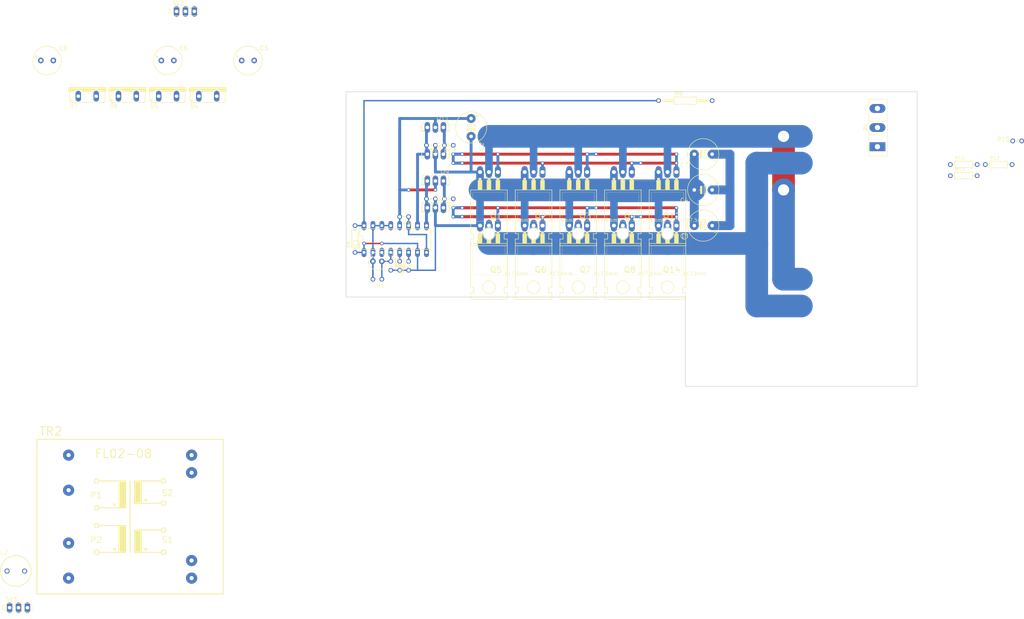
<source format=kicad_pcb>
(kicad_pcb (version 20171130) (host pcbnew 5.1.5+dfsg1-2~bpo10+1)

  (general
    (thickness 1.6)
    (drawings 6)
    (tracks 181)
    (zones 0)
    (modules 47)
    (nets 34)
  )

  (page A4)
  (layers
    (0 Top signal)
    (31 Bottom signal)
    (32 B.Adhes user)
    (33 F.Adhes user)
    (34 B.Paste user)
    (35 F.Paste user)
    (36 B.SilkS user)
    (37 F.SilkS user)
    (38 B.Mask user)
    (39 F.Mask user)
    (40 Dwgs.User user)
    (41 Cmts.User user)
    (42 Eco1.User user)
    (43 Eco2.User user)
    (44 Edge.Cuts user)
    (45 Margin user)
    (46 B.CrtYd user)
    (47 F.CrtYd user)
    (48 B.Fab user)
    (49 F.Fab user)
  )

  (setup
    (last_trace_width 0.25)
    (trace_clearance 0.2)
    (zone_clearance 0.508)
    (zone_45_only no)
    (trace_min 0.2)
    (via_size 0.8)
    (via_drill 0.4)
    (via_min_size 0.4)
    (via_min_drill 0.3)
    (uvia_size 0.3)
    (uvia_drill 0.1)
    (uvias_allowed no)
    (uvia_min_size 0.2)
    (uvia_min_drill 0.1)
    (edge_width 0.05)
    (segment_width 0.2)
    (pcb_text_width 0.3)
    (pcb_text_size 1.5 1.5)
    (mod_edge_width 0.12)
    (mod_text_size 1 1)
    (mod_text_width 0.15)
    (pad_size 1.524 1.524)
    (pad_drill 0.762)
    (pad_to_mask_clearance 0.051)
    (solder_mask_min_width 0.25)
    (aux_axis_origin 0 0)
    (visible_elements FFFFFF7F)
    (pcbplotparams
      (layerselection 0x010fc_ffffffff)
      (usegerberextensions false)
      (usegerberattributes false)
      (usegerberadvancedattributes false)
      (creategerberjobfile false)
      (excludeedgelayer true)
      (linewidth 0.100000)
      (plotframeref false)
      (viasonmask false)
      (mode 1)
      (useauxorigin false)
      (hpglpennumber 1)
      (hpglpenspeed 20)
      (hpglpendiameter 15.000000)
      (psnegative false)
      (psa4output false)
      (plotreference true)
      (plotvalue true)
      (plotinvisibletext false)
      (padsonsilk false)
      (subtractmaskfromsilk false)
      (outputformat 1)
      (mirror false)
      (drillshape 1)
      (scaleselection 1)
      (outputdirectory ""))
  )

  (net 0 "")
  (net 1 +12V)
  (net 2 GND)
  (net 3 V+)
  (net 4 "Net-(IC1-Pad16)")
  (net 5 "Net-(C1-Pad+)")
  (net 6 "Net-(IC1-Pad11)")
  (net 7 "Net-(IC1-Pad10)")
  (net 8 "Net-(IC1-Pad9)")
  (net 9 "Net-(C5-Pad1)")
  (net 10 "Net-(IC1-Pad6)")
  (net 11 "Net-(C1-Pad-)")
  (net 12 "Net-(IC1-Pad3)")
  (net 13 "Net-(Q1-PadD)")
  (net 14 "Net-(Q1-PadG)")
  (net 15 "Net-(Q14-PadD)")
  (net 16 "Net-(Q14-PadG)")
  (net 17 "Net-(D4-PadA)")
  (net 18 "Net-(D5-PadA)")
  (net 19 "Net-(Q11-PadE)")
  (net 20 "Net-(Q10-PadE)")
  (net 21 "Net-(C4-Pad+)")
  (net 22 "Net-(TR2-Pad6)")
  (net 23 "Net-(L2-Pad1)")
  (net 24 "Net-(D1-Pad3)")
  (net 25 "Net-(D1-Pad2)")
  (net 26 "Net-(D1-Pad1)")
  (net 27 "Net-(IC1-Pad2)")
  (net 28 "Net-(Q5-PadD)")
  (net 29 "Net-(Q5-PadG)")
  (net 30 "Net-(R10-Pad1)")
  (net 31 "Net-(R12-Pad2)")
  (net 32 "Net-(R13-Pad2)")
  (net 33 "Net-(SV2-Pad3)")

  (net_class Default "Dies ist die voreingestellte Netzklasse."
    (clearance 0.2)
    (trace_width 0.25)
    (via_dia 0.8)
    (via_drill 0.4)
    (uvia_dia 0.3)
    (uvia_drill 0.1)
    (add_net +12V)
    (add_net GND)
    (add_net "Net-(C1-Pad+)")
    (add_net "Net-(C1-Pad-)")
    (add_net "Net-(C4-Pad+)")
    (add_net "Net-(C5-Pad1)")
    (add_net "Net-(D1-Pad1)")
    (add_net "Net-(D1-Pad2)")
    (add_net "Net-(D1-Pad3)")
    (add_net "Net-(D4-PadA)")
    (add_net "Net-(D5-PadA)")
    (add_net "Net-(IC1-Pad10)")
    (add_net "Net-(IC1-Pad11)")
    (add_net "Net-(IC1-Pad16)")
    (add_net "Net-(IC1-Pad2)")
    (add_net "Net-(IC1-Pad3)")
    (add_net "Net-(IC1-Pad6)")
    (add_net "Net-(IC1-Pad9)")
    (add_net "Net-(L2-Pad1)")
    (add_net "Net-(Q1-PadD)")
    (add_net "Net-(Q1-PadG)")
    (add_net "Net-(Q10-PadE)")
    (add_net "Net-(Q11-PadE)")
    (add_net "Net-(Q14-PadD)")
    (add_net "Net-(Q14-PadG)")
    (add_net "Net-(Q5-PadD)")
    (add_net "Net-(Q5-PadG)")
    (add_net "Net-(R10-Pad1)")
    (add_net "Net-(R12-Pad2)")
    (add_net "Net-(R13-Pad2)")
    (add_net "Net-(SV2-Pad3)")
    (add_net "Net-(TR2-Pad6)")
    (add_net V+)
  )

  (module StepUp:0204_7 (layer Top) (tedit 0) (tstamp 5E1B7BF3)
    (at 242.995399 86.9872)
    (descr "<b>RESISTOR</b><p>\ntype 0204, grid 7.5 mm")
    (path /5D38AB01)
    (fp_text reference R13 (at -2.54 -1.2954) (layer F.SilkS)
      (effects (font (size 0.94107 0.94107) (thickness 0.09906)) (justify left bottom))
    )
    (fp_text value 330k (at -1.6256 0.4826) (layer F.Fab)
      (effects (font (size 0.94107 0.94107) (thickness 0.09906)) (justify left bottom))
    )
    (fp_poly (pts (xy -2.921 0.254) (xy -2.54 0.254) (xy -2.54 -0.254) (xy -2.921 -0.254)) (layer F.SilkS) (width 0))
    (fp_poly (pts (xy 2.54 0.254) (xy 2.921 0.254) (xy 2.921 -0.254) (xy 2.54 -0.254)) (layer F.SilkS) (width 0))
    (fp_line (start 2.54 0.762) (end 2.54 -0.762) (layer F.SilkS) (width 0.1524))
    (fp_line (start 2.286 1.016) (end 1.905 1.016) (layer F.SilkS) (width 0.1524))
    (fp_line (start 2.286 -1.016) (end 1.905 -1.016) (layer F.SilkS) (width 0.1524))
    (fp_line (start 1.778 0.889) (end -1.778 0.889) (layer F.SilkS) (width 0.1524))
    (fp_line (start 1.778 0.889) (end 1.905 1.016) (layer F.SilkS) (width 0.1524))
    (fp_line (start 1.778 -0.889) (end -1.778 -0.889) (layer F.SilkS) (width 0.1524))
    (fp_line (start 1.778 -0.889) (end 1.905 -1.016) (layer F.SilkS) (width 0.1524))
    (fp_line (start -1.778 0.889) (end -1.905 1.016) (layer F.SilkS) (width 0.1524))
    (fp_line (start -2.286 1.016) (end -1.905 1.016) (layer F.SilkS) (width 0.1524))
    (fp_line (start -1.778 -0.889) (end -1.905 -1.016) (layer F.SilkS) (width 0.1524))
    (fp_line (start -2.286 -1.016) (end -1.905 -1.016) (layer F.SilkS) (width 0.1524))
    (fp_line (start -2.54 0.762) (end -2.54 -0.762) (layer F.SilkS) (width 0.1524))
    (fp_arc (start 2.286 -0.762) (end 2.286 -1.016) (angle 90) (layer F.SilkS) (width 0.1524))
    (fp_arc (start 2.286 0.762) (end 2.286 1.016) (angle -90) (layer F.SilkS) (width 0.1524))
    (fp_arc (start -2.286 0.762) (end -2.54 0.762) (angle -90) (layer F.SilkS) (width 0.1524))
    (fp_arc (start -2.286 -0.762) (end -2.54 -0.762) (angle 90) (layer F.SilkS) (width 0.1524))
    (fp_line (start -3.81 0) (end -2.921 0) (layer F.Fab) (width 0.508))
    (fp_line (start 3.81 0) (end 2.921 0) (layer F.Fab) (width 0.508))
    (pad 2 thru_hole circle (at 3.81 0) (size 1.3208 1.3208) (drill 0.8128) (layers *.Cu *.Mask)
      (net 32 "Net-(R13-Pad2)") (solder_mask_margin 0.1016))
    (pad 1 thru_hole circle (at -3.81 0) (size 1.3208 1.3208) (drill 0.8128) (layers *.Cu *.Mask)
      (net 31 "Net-(R12-Pad2)") (solder_mask_margin 0.1016))
  )

  (module StepUp:0204_7 (layer Top) (tedit 0) (tstamp 5E1B7BD9)
    (at 252.935399 83.8072)
    (descr "<b>RESISTOR</b><p>\ntype 0204, grid 7.5 mm")
    (path /5D3ABB9E)
    (fp_text reference R12 (at -2.54 -1.2954) (layer F.SilkS)
      (effects (font (size 0.94107 0.94107) (thickness 0.09906)) (justify left bottom))
    )
    (fp_text value 27k (at -1.6256 0.4826) (layer F.Fab)
      (effects (font (size 0.94107 0.94107) (thickness 0.09906)) (justify left bottom))
    )
    (fp_poly (pts (xy -2.921 0.254) (xy -2.54 0.254) (xy -2.54 -0.254) (xy -2.921 -0.254)) (layer F.SilkS) (width 0))
    (fp_poly (pts (xy 2.54 0.254) (xy 2.921 0.254) (xy 2.921 -0.254) (xy 2.54 -0.254)) (layer F.SilkS) (width 0))
    (fp_line (start 2.54 0.762) (end 2.54 -0.762) (layer F.SilkS) (width 0.1524))
    (fp_line (start 2.286 1.016) (end 1.905 1.016) (layer F.SilkS) (width 0.1524))
    (fp_line (start 2.286 -1.016) (end 1.905 -1.016) (layer F.SilkS) (width 0.1524))
    (fp_line (start 1.778 0.889) (end -1.778 0.889) (layer F.SilkS) (width 0.1524))
    (fp_line (start 1.778 0.889) (end 1.905 1.016) (layer F.SilkS) (width 0.1524))
    (fp_line (start 1.778 -0.889) (end -1.778 -0.889) (layer F.SilkS) (width 0.1524))
    (fp_line (start 1.778 -0.889) (end 1.905 -1.016) (layer F.SilkS) (width 0.1524))
    (fp_line (start -1.778 0.889) (end -1.905 1.016) (layer F.SilkS) (width 0.1524))
    (fp_line (start -2.286 1.016) (end -1.905 1.016) (layer F.SilkS) (width 0.1524))
    (fp_line (start -1.778 -0.889) (end -1.905 -1.016) (layer F.SilkS) (width 0.1524))
    (fp_line (start -2.286 -1.016) (end -1.905 -1.016) (layer F.SilkS) (width 0.1524))
    (fp_line (start -2.54 0.762) (end -2.54 -0.762) (layer F.SilkS) (width 0.1524))
    (fp_arc (start 2.286 -0.762) (end 2.286 -1.016) (angle 90) (layer F.SilkS) (width 0.1524))
    (fp_arc (start 2.286 0.762) (end 2.286 1.016) (angle -90) (layer F.SilkS) (width 0.1524))
    (fp_arc (start -2.286 0.762) (end -2.54 0.762) (angle -90) (layer F.SilkS) (width 0.1524))
    (fp_arc (start -2.286 -0.762) (end -2.54 -0.762) (angle 90) (layer F.SilkS) (width 0.1524))
    (fp_line (start -3.81 0) (end -2.921 0) (layer F.Fab) (width 0.508))
    (fp_line (start 3.81 0) (end 2.921 0) (layer F.Fab) (width 0.508))
    (pad 2 thru_hole circle (at 3.81 0) (size 1.3208 1.3208) (drill 0.8128) (layers *.Cu *.Mask)
      (net 31 "Net-(R12-Pad2)") (solder_mask_margin 0.1016))
    (pad 1 thru_hole circle (at -3.81 0) (size 1.3208 1.3208) (drill 0.8128) (layers *.Cu *.Mask)
      (net 27 "Net-(IC1-Pad2)") (solder_mask_margin 0.1016))
  )

  (module StepUp:0204_7 (layer Top) (tedit 0) (tstamp 5E1B7BBF)
    (at 242.995399 83.8072)
    (descr "<b>RESISTOR</b><p>\ntype 0204, grid 7.5 mm")
    (path /5D37F86A)
    (fp_text reference R11 (at -2.54 -1.2954) (layer F.SilkS)
      (effects (font (size 0.94107 0.94107) (thickness 0.09906)) (justify left bottom))
    )
    (fp_text value 27k (at -1.6256 0.4826) (layer F.Fab)
      (effects (font (size 0.94107 0.94107) (thickness 0.09906)) (justify left bottom))
    )
    (fp_poly (pts (xy -2.921 0.254) (xy -2.54 0.254) (xy -2.54 -0.254) (xy -2.921 -0.254)) (layer F.SilkS) (width 0))
    (fp_poly (pts (xy 2.54 0.254) (xy 2.921 0.254) (xy 2.921 -0.254) (xy 2.54 -0.254)) (layer F.SilkS) (width 0))
    (fp_line (start 2.54 0.762) (end 2.54 -0.762) (layer F.SilkS) (width 0.1524))
    (fp_line (start 2.286 1.016) (end 1.905 1.016) (layer F.SilkS) (width 0.1524))
    (fp_line (start 2.286 -1.016) (end 1.905 -1.016) (layer F.SilkS) (width 0.1524))
    (fp_line (start 1.778 0.889) (end -1.778 0.889) (layer F.SilkS) (width 0.1524))
    (fp_line (start 1.778 0.889) (end 1.905 1.016) (layer F.SilkS) (width 0.1524))
    (fp_line (start 1.778 -0.889) (end -1.778 -0.889) (layer F.SilkS) (width 0.1524))
    (fp_line (start 1.778 -0.889) (end 1.905 -1.016) (layer F.SilkS) (width 0.1524))
    (fp_line (start -1.778 0.889) (end -1.905 1.016) (layer F.SilkS) (width 0.1524))
    (fp_line (start -2.286 1.016) (end -1.905 1.016) (layer F.SilkS) (width 0.1524))
    (fp_line (start -1.778 -0.889) (end -1.905 -1.016) (layer F.SilkS) (width 0.1524))
    (fp_line (start -2.286 -1.016) (end -1.905 -1.016) (layer F.SilkS) (width 0.1524))
    (fp_line (start -2.54 0.762) (end -2.54 -0.762) (layer F.SilkS) (width 0.1524))
    (fp_arc (start 2.286 -0.762) (end 2.286 -1.016) (angle 90) (layer F.SilkS) (width 0.1524))
    (fp_arc (start 2.286 0.762) (end 2.286 1.016) (angle -90) (layer F.SilkS) (width 0.1524))
    (fp_arc (start -2.286 0.762) (end -2.54 0.762) (angle -90) (layer F.SilkS) (width 0.1524))
    (fp_arc (start -2.286 -0.762) (end -2.54 -0.762) (angle 90) (layer F.SilkS) (width 0.1524))
    (fp_line (start -3.81 0) (end -2.921 0) (layer F.Fab) (width 0.508))
    (fp_line (start 3.81 0) (end 2.921 0) (layer F.Fab) (width 0.508))
    (pad 2 thru_hole circle (at 3.81 0) (size 1.3208 1.3208) (drill 0.8128) (layers *.Cu *.Mask)
      (net 27 "Net-(IC1-Pad2)") (solder_mask_margin 0.1016))
    (pad 1 thru_hole circle (at -3.81 0) (size 1.3208 1.3208) (drill 0.8128) (layers *.Cu *.Mask)
      (net 5 "Net-(C1-Pad+)") (solder_mask_margin 0.1016))
  )

  (module StepUp:0204V (layer Top) (tedit 0) (tstamp 5E1B7BA5)
    (at 258.2102 77.0902)
    (descr "<b>RESISTOR</b><p>\ntype 0204, grid 2.5 mm")
    (path /5E195CF2)
    (fp_text reference R10 (at -2.1336 -1.1684) (layer F.SilkS)
      (effects (font (size 1.2065 1.2065) (thickness 0.127)) (justify right top))
    )
    (fp_text value 1k (at -2.1336 2.3114) (layer F.Fab)
      (effects (font (size 1.2065 1.2065) (thickness 0.127)) (justify right top))
    )
    (fp_circle (center -1.27 0) (end -0.635 0) (layer F.Fab) (width 0.0508))
    (fp_circle (center -1.27 0) (end -0.381 0) (layer F.Fab) (width 0.1524))
    (fp_line (start -0.127 0) (end 0.127 0) (layer F.SilkS) (width 0.508))
    (fp_line (start -1.27 0) (end 1.27 0) (layer F.Fab) (width 0.508))
    (pad 2 thru_hole circle (at 1.27 0) (size 1.3208 1.3208) (drill 0.8128) (layers *.Cu *.Mask)
      (net 10 "Net-(IC1-Pad6)") (solder_mask_margin 0.1016))
    (pad 1 thru_hole circle (at -1.27 0) (size 1.3208 1.3208) (drill 0.8128) (layers *.Cu *.Mask)
      (net 30 "Net-(R10-Pad1)") (solder_mask_margin 0.1016))
  )

  (module Package_TO_SOT_THT:TO-247-3_Vertical (layer Top) (tedit 5AC86DC3) (tstamp 5E1B78DC)
    (at 218.44 78.74 90)
    (descr "TO-247-3, Vertical, RM 5.45mm, see https://toshiba.semicon-storage.com/us/product/mosfet/to-247-4l.html")
    (tags "TO-247-3 Vertical RM 5.45mm")
    (path /5E1C9515)
    (fp_text reference D1 (at 5.45 -3.45 90) (layer F.SilkS)
      (effects (font (size 1 1) (thickness 0.15)))
    )
    (fp_text value MBR20200CT (at 5.45 3.95 90) (layer F.Fab)
      (effects (font (size 1 1) (thickness 0.15)))
    )
    (fp_text user %R (at 5.45 -3.45 90) (layer F.Fab)
      (effects (font (size 1 1) (thickness 0.15)))
    )
    (fp_line (start 13.65 -2.59) (end -2.75 -2.59) (layer F.CrtYd) (width 0.05))
    (fp_line (start 13.65 2.95) (end 13.65 -2.59) (layer F.CrtYd) (width 0.05))
    (fp_line (start -2.75 2.95) (end 13.65 2.95) (layer F.CrtYd) (width 0.05))
    (fp_line (start -2.75 -2.59) (end -2.75 2.95) (layer F.CrtYd) (width 0.05))
    (fp_line (start 7.255 -2.451) (end 7.255 2.82) (layer F.SilkS) (width 0.12))
    (fp_line (start 3.646 -2.451) (end 3.646 2.82) (layer F.SilkS) (width 0.12))
    (fp_line (start 13.52 -2.451) (end 13.52 2.82) (layer F.SilkS) (width 0.12))
    (fp_line (start -2.62 -2.451) (end -2.62 2.82) (layer F.SilkS) (width 0.12))
    (fp_line (start -2.62 2.82) (end 13.52 2.82) (layer F.SilkS) (width 0.12))
    (fp_line (start -2.62 -2.451) (end 13.52 -2.451) (layer F.SilkS) (width 0.12))
    (fp_line (start 7.255 -2.33) (end 7.255 2.7) (layer F.Fab) (width 0.1))
    (fp_line (start 3.645 -2.33) (end 3.645 2.7) (layer F.Fab) (width 0.1))
    (fp_line (start 13.4 -2.33) (end -2.5 -2.33) (layer F.Fab) (width 0.1))
    (fp_line (start 13.4 2.7) (end 13.4 -2.33) (layer F.Fab) (width 0.1))
    (fp_line (start -2.5 2.7) (end 13.4 2.7) (layer F.Fab) (width 0.1))
    (fp_line (start -2.5 -2.33) (end -2.5 2.7) (layer F.Fab) (width 0.1))
    (pad 3 thru_hole oval (at 10.9 0 90) (size 2.5 4.5) (drill 1.5) (layers *.Cu *.Mask)
      (net 24 "Net-(D1-Pad3)"))
    (pad 2 thru_hole oval (at 5.45 0 90) (size 2.5 4.5) (drill 1.5) (layers *.Cu *.Mask)
      (net 25 "Net-(D1-Pad2)"))
    (pad 1 thru_hole rect (at 0 0 90) (size 2.5 4.5) (drill 1.5) (layers *.Cu *.Mask)
      (net 26 "Net-(D1-Pad1)"))
    (model ${KISYS3DMOD}/Package_TO_SOT_THT.3dshapes/TO-247-3_Vertical.wrl
      (at (xyz 0 0 0))
      (scale (xyz 1 1 1))
      (rotate (xyz 0 0 0))
    )
  )

  (module StepUp:DIL16 (layer Top) (tedit 0) (tstamp 5D2EF0E9)
    (at 81.2291 104.9986)
    (descr "<b>Dual In Line Package</b>")
    (path /06F92037)
    (fp_text reference IC1 (at -10.541 2.921 90) (layer F.SilkS)
      (effects (font (size 1.2065 1.2065) (thickness 0.127)) (justify left bottom))
    )
    (fp_text value TL494N (at -7.493 0.635) (layer F.Fab)
      (effects (font (size 1.2065 1.2065) (thickness 0.127)) (justify left bottom))
    )
    (fp_arc (start -10.16 0) (end -10.16 -1.016) (angle 180) (layer F.SilkS) (width 0.1524))
    (fp_line (start -10.16 2.921) (end -10.16 1.016) (layer F.SilkS) (width 0.1524))
    (fp_line (start -10.16 -2.921) (end -10.16 -1.016) (layer F.SilkS) (width 0.1524))
    (fp_line (start 10.16 -2.921) (end 10.16 2.921) (layer F.SilkS) (width 0.1524))
    (fp_line (start -10.16 2.921) (end 10.16 2.921) (layer F.SilkS) (width 0.1524))
    (fp_line (start 10.16 -2.921) (end -10.16 -2.921) (layer F.SilkS) (width 0.1524))
    (pad 16 thru_hole oval (at -8.89 -3.81 90) (size 2.6416 1.3208) (drill 0.8128) (layers *.Cu *.Mask)
      (net 4 "Net-(IC1-Pad16)") (solder_mask_margin 0.1016))
    (pad 15 thru_hole oval (at -6.35 -3.81 90) (size 2.6416 1.3208) (drill 0.8128) (layers *.Cu *.Mask)
      (net 5 "Net-(C1-Pad+)") (solder_mask_margin 0.1016))
    (pad 14 thru_hole oval (at -3.81 -3.81 90) (size 2.6416 1.3208) (drill 0.8128) (layers *.Cu *.Mask)
      (net 5 "Net-(C1-Pad+)") (solder_mask_margin 0.1016))
    (pad 13 thru_hole oval (at -1.27 -3.81 90) (size 2.6416 1.3208) (drill 0.8128) (layers *.Cu *.Mask)
      (net 5 "Net-(C1-Pad+)") (solder_mask_margin 0.1016))
    (pad 12 thru_hole oval (at 1.27 -3.81 90) (size 2.6416 1.3208) (drill 0.8128) (layers *.Cu *.Mask)
      (net 1 +12V) (solder_mask_margin 0.1016))
    (pad 11 thru_hole oval (at 3.81 -3.81 90) (size 2.6416 1.3208) (drill 0.8128) (layers *.Cu *.Mask)
      (net 6 "Net-(IC1-Pad11)") (solder_mask_margin 0.1016))
    (pad 10 thru_hole oval (at 6.35 -3.81 90) (size 2.6416 1.3208) (drill 0.8128) (layers *.Cu *.Mask)
      (net 7 "Net-(IC1-Pad10)") (solder_mask_margin 0.1016))
    (pad 9 thru_hole oval (at 8.89 -3.81 90) (size 2.6416 1.3208) (drill 0.8128) (layers *.Cu *.Mask)
      (net 8 "Net-(IC1-Pad9)") (solder_mask_margin 0.1016))
    (pad 5 thru_hole oval (at 1.27 3.81 90) (size 2.6416 1.3208) (drill 0.8128) (layers *.Cu *.Mask)
      (net 9 "Net-(C5-Pad1)") (solder_mask_margin 0.1016))
    (pad 6 thru_hole oval (at 3.81 3.81 90) (size 2.6416 1.3208) (drill 0.8128) (layers *.Cu *.Mask)
      (net 10 "Net-(IC1-Pad6)") (solder_mask_margin 0.1016))
    (pad 4 thru_hole oval (at -1.27 3.81 90) (size 2.6416 1.3208) (drill 0.8128) (layers *.Cu *.Mask)
      (net 11 "Net-(C1-Pad-)") (solder_mask_margin 0.1016))
    (pad 3 thru_hole oval (at -3.81 3.81 90) (size 2.6416 1.3208) (drill 0.8128) (layers *.Cu *.Mask)
      (net 12 "Net-(IC1-Pad3)") (solder_mask_margin 0.1016))
    (pad 8 thru_hole oval (at 8.89 3.81 90) (size 2.6416 1.3208) (drill 0.8128) (layers *.Cu *.Mask)
      (net 6 "Net-(IC1-Pad11)") (solder_mask_margin 0.1016))
    (pad 7 thru_hole oval (at 6.35 3.81 90) (size 2.6416 1.3208) (drill 0.8128) (layers *.Cu *.Mask)
      (net 2 GND) (solder_mask_margin 0.1016))
    (pad 2 thru_hole oval (at -6.35 3.81 90) (size 2.6416 1.3208) (drill 0.8128) (layers *.Cu *.Mask)
      (net 27 "Net-(IC1-Pad2)") (solder_mask_margin 0.1016))
    (pad 1 thru_hole oval (at -8.89 3.81 90) (size 2.6416 1.3208) (drill 0.8128) (layers *.Cu *.Mask)
      (net 2 GND) (solder_mask_margin 0.1016))
  )

  (module StepUp:E2,5-5 (layer Top) (tedit 0) (tstamp 5D2EF102)
    (at 76.1491 111.3486)
    (descr "<b>ELECTROLYTIC CAPACITOR</b><p>\ngrid 2.54 mm, diameter 5 mm")
    (path /997A074E)
    (fp_text reference C1 (at 2.413 -1.27) (layer F.SilkS)
      (effects (font (size 1.2065 1.2065) (thickness 0.127)) (justify left bottom))
    )
    (fp_text value 10µ (at 2.413 2.413) (layer F.Fab)
      (effects (font (size 1.2065 1.2065) (thickness 0.127)) (justify left bottom))
    )
    (fp_poly (pts (xy 0.254 1.27) (xy 0.762 1.27) (xy 0.762 -1.27) (xy 0.254 -1.27)) (layer F.Fab) (width 0))
    (fp_circle (center 0 0) (end 2.54 0) (layer F.SilkS) (width 0.1524))
    (fp_line (start 0.635 0) (end 1.651 0) (layer F.Fab) (width 0.1524))
    (fp_line (start -0.762 -1.27) (end -0.762 0) (layer F.Fab) (width 0.1524))
    (fp_line (start -0.254 -1.27) (end -0.762 -1.27) (layer F.Fab) (width 0.1524))
    (fp_line (start -0.254 1.27) (end -0.254 -1.27) (layer F.Fab) (width 0.1524))
    (fp_line (start -0.762 1.27) (end -0.254 1.27) (layer F.Fab) (width 0.1524))
    (fp_line (start -0.762 0) (end -0.762 1.27) (layer F.Fab) (width 0.1524))
    (fp_line (start -1.651 0) (end -0.762 0) (layer F.Fab) (width 0.1524))
    (fp_line (start -1.397 -1.27) (end -1.397 -1.524) (layer F.SilkS) (width 0.1524))
    (fp_line (start -1.397 -1.27) (end -1.143 -1.27) (layer F.SilkS) (width 0.1524))
    (fp_line (start -1.397 -1.016) (end -1.397 -1.27) (layer F.SilkS) (width 0.1524))
    (fp_line (start -1.651 -1.27) (end -1.397 -1.27) (layer F.SilkS) (width 0.1524))
    (pad + thru_hole circle (at -1.27 0) (size 1.6002 1.6002) (drill 0.8128) (layers *.Cu *.Mask)
      (net 5 "Net-(C1-Pad+)") (solder_mask_margin 0.1016))
    (pad - thru_hole circle (at 1.27 0) (size 1.6002 1.6002) (drill 0.8128) (layers *.Cu *.Mask)
      (net 11 "Net-(C1-Pad-)") (solder_mask_margin 0.1016))
  )

  (module StepUp:E3,5-8 (layer Top) (tedit 0) (tstamp 5D2EF114)
    (at 39.3191 54.1986)
    (descr "<b>ELECTROLYTIC CAPACITOR</b><p>\ngrid 3.5 mm, diameter 8 mm")
    (path /10D33965)
    (fp_text reference C3 (at 3.302 -2.794) (layer F.SilkS)
      (effects (font (size 1.2065 1.2065) (thickness 0.127)) (justify left bottom))
    )
    (fp_text value CPOL-EUE3.5-8 (at -2.286 3.048) (layer F.Fab)
      (effects (font (size 1.2065 1.2065) (thickness 0.127)) (justify left bottom))
    )
    (fp_poly (pts (xy 0.254 1.27) (xy 0.762 1.27) (xy 0.762 -1.27) (xy 0.254 -1.27)) (layer F.Fab) (width 0))
    (fp_circle (center 0 0) (end 4.064 0) (layer F.SilkS) (width 0.1524))
    (fp_line (start 0.635 0) (end 1.651 0) (layer F.Fab) (width 0.1524))
    (fp_line (start -0.762 -1.27) (end -0.762 0) (layer F.Fab) (width 0.1524))
    (fp_line (start -0.254 -1.27) (end -0.762 -1.27) (layer F.Fab) (width 0.1524))
    (fp_line (start -0.254 1.27) (end -0.254 -1.27) (layer F.Fab) (width 0.1524))
    (fp_line (start -0.762 1.27) (end -0.254 1.27) (layer F.Fab) (width 0.1524))
    (fp_line (start -0.762 0) (end -0.762 1.27) (layer F.Fab) (width 0.1524))
    (fp_line (start -1.651 0) (end -0.762 0) (layer F.Fab) (width 0.1524))
    (fp_line (start -3.048 -0.762) (end -3.048 -1.524) (layer F.SilkS) (width 0.1524))
    (fp_line (start -3.429 -1.143) (end -2.667 -1.143) (layer F.SilkS) (width 0.1524))
    (pad + thru_hole circle (at -1.778 0) (size 1.6002 1.6002) (drill 0.8128) (layers *.Cu *.Mask)
      (net 3 V+) (solder_mask_margin 0.1016))
    (pad - thru_hole circle (at 1.778 0) (size 1.6002 1.6002) (drill 0.8128) (layers *.Cu *.Mask)
      (net 2 GND) (solder_mask_margin 0.1016))
  )

  (module StepUp:C025-024X044 (layer Top) (tedit 0) (tstamp 5D2EF124)
    (at 82.4991 112.6186 270)
    (descr "<b>CAPACITOR</b><p>\ngrid 2.5 mm, outline 2.4 x 4.4 mm")
    (path /15F7F640)
    (fp_text reference C5 (at -1.778 -1.397 270) (layer F.SilkS)
      (effects (font (size 1.2065 1.2065) (thickness 0.127)) (justify right top))
    )
    (fp_text value 1n (at -1.778 2.667 270) (layer F.Fab)
      (effects (font (size 1.2065 1.2065) (thickness 0.127)) (justify right top))
    )
    (fp_line (start -1.27 0) (end -0.3048 0) (layer F.Fab) (width 0.1524))
    (fp_line (start 1.27 0) (end 0.3302 0) (layer F.Fab) (width 0.1524))
    (fp_line (start 0.3302 -0.762) (end 0.3302 0.762) (layer F.SilkS) (width 0.3048))
    (fp_line (start -0.3048 -0.762) (end -0.3048 0.762) (layer F.SilkS) (width 0.3048))
    (fp_arc (start 1.651 0.635) (end 1.651 1.143) (angle -90) (layer F.SilkS) (width 0.1524))
    (fp_arc (start 1.651 -0.635) (end 1.651 -1.143) (angle 90) (layer F.SilkS) (width 0.1524))
    (fp_line (start 1.651 1.143) (end -1.651 1.143) (layer F.SilkS) (width 0.1524))
    (fp_line (start 2.159 0.635) (end 2.159 -0.635) (layer F.SilkS) (width 0.1524))
    (fp_line (start 1.651 -1.143) (end -1.651 -1.143) (layer F.SilkS) (width 0.1524))
    (fp_arc (start -1.651 0.635) (end -2.159 0.635) (angle -90) (layer F.SilkS) (width 0.1524))
    (fp_arc (start -1.651 -0.635) (end -2.159 -0.635) (angle 90) (layer F.SilkS) (width 0.1524))
    (fp_line (start -2.159 0.635) (end -2.159 -0.635) (layer F.SilkS) (width 0.1524))
    (pad 2 thru_hole circle (at 1.27 0 270) (size 1.3208 1.3208) (drill 0.8128) (layers *.Cu *.Mask)
      (net 2 GND) (solder_mask_margin 0.1016))
    (pad 1 thru_hole circle (at -1.27 0 270) (size 1.3208 1.3208) (drill 0.8128) (layers *.Cu *.Mask)
      (net 9 "Net-(C5-Pad1)") (solder_mask_margin 0.1016))
  )

  (module StepUp:0204V (layer Top) (tedit 0) (tstamp 5D2EF135)
    (at 76.1491 116.4286 180)
    (descr "<b>RESISTOR</b><p>\ntype 0204, grid 2.5 mm")
    (path /E2371B09)
    (fp_text reference R1 (at -2.1336 -1.1684 180) (layer F.SilkS)
      (effects (font (size 1.2065 1.2065) (thickness 0.127)) (justify right top))
    )
    (fp_text value infi (at -2.1336 2.3114 180) (layer F.Fab)
      (effects (font (size 1.2065 1.2065) (thickness 0.127)) (justify right top))
    )
    (fp_circle (center -1.27 0) (end -0.635 0) (layer F.Fab) (width 0.0508))
    (fp_circle (center -1.27 0) (end -0.381 0) (layer F.Fab) (width 0.1524))
    (fp_line (start -0.127 0) (end 0.127 0) (layer F.SilkS) (width 0.508))
    (fp_line (start -1.27 0) (end 1.27 0) (layer F.Fab) (width 0.508))
    (pad 2 thru_hole circle (at 1.27 0 180) (size 1.3208 1.3208) (drill 0.8128) (layers *.Cu *.Mask)
      (net 5 "Net-(C1-Pad+)") (solder_mask_margin 0.1016))
    (pad 1 thru_hole circle (at -1.27 0 180) (size 1.3208 1.3208) (drill 0.8128) (layers *.Cu *.Mask)
      (net 11 "Net-(C1-Pad-)") (solder_mask_margin 0.1016))
  )

  (module StepUp:0204V (layer Top) (tedit 0) (tstamp 5D2EF13E)
    (at 85.0391 112.6186 90)
    (descr "<b>RESISTOR</b><p>\ntype 0204, grid 2.5 mm")
    (path /DB2C89DC)
    (fp_text reference R2 (at -2.1336 -1.1684 90) (layer F.SilkS)
      (effects (font (size 1.2065 1.2065) (thickness 0.127)) (justify left bottom))
    )
    (fp_text value 0-5k (at -2.1336 2.3114 90) (layer F.Fab)
      (effects (font (size 1.2065 1.2065) (thickness 0.127)) (justify left bottom))
    )
    (fp_circle (center -1.27 0) (end -0.635 0) (layer F.Fab) (width 0.0508))
    (fp_circle (center -1.27 0) (end -0.381 0) (layer F.Fab) (width 0.1524))
    (fp_line (start -0.127 0) (end 0.127 0) (layer F.SilkS) (width 0.508))
    (fp_line (start -1.27 0) (end 1.27 0) (layer F.Fab) (width 0.508))
    (pad 2 thru_hole circle (at 1.27 0 90) (size 1.3208 1.3208) (drill 0.8128) (layers *.Cu *.Mask)
      (net 30 "Net-(R10-Pad1)") (solder_mask_margin 0.1016))
    (pad 1 thru_hole circle (at -1.27 0 90) (size 1.3208 1.3208) (drill 0.8128) (layers *.Cu *.Mask)
      (net 2 GND) (solder_mask_margin 0.1016))
  )

  (module StepUp:0204V (layer Top) (tedit 0) (tstamp 5D2EF147)
    (at 79.9591 112.6186 270)
    (descr "<b>RESISTOR</b><p>\ntype 0204, grid 2.5 mm")
    (path /83A6F2CB)
    (fp_text reference R3 (at -2.1336 -1.1684 270) (layer F.SilkS)
      (effects (font (size 1.2065 1.2065) (thickness 0.127)) (justify right top))
    )
    (fp_text value 470 (at -2.1336 2.3114 270) (layer F.Fab)
      (effects (font (size 1.2065 1.2065) (thickness 0.127)) (justify right top))
    )
    (fp_circle (center -1.27 0) (end -0.635 0) (layer F.Fab) (width 0.0508))
    (fp_circle (center -1.27 0) (end -0.381 0) (layer F.Fab) (width 0.1524))
    (fp_line (start -0.127 0) (end 0.127 0) (layer F.SilkS) (width 0.508))
    (fp_line (start -1.27 0) (end 1.27 0) (layer F.Fab) (width 0.508))
    (pad 2 thru_hole circle (at 1.27 0 270) (size 1.3208 1.3208) (drill 0.8128) (layers *.Cu *.Mask)
      (net 2 GND) (solder_mask_margin 0.1016))
    (pad 1 thru_hole circle (at -1.27 0 270) (size 1.3208 1.3208) (drill 0.8128) (layers *.Cu *.Mask)
      (net 11 "Net-(C1-Pad-)") (solder_mask_margin 0.1016))
  )

  (module StepUp:TO220BH (layer Top) (tedit 0) (tstamp 5D2EF150)
    (at 107.8991 92.2986 180)
    (descr "<b>Molded Package</b><p>\ngrid 2.54 mm")
    (path /7A211019)
    (fp_text reference Q1 (at -3.81 -5.207 180) (layer F.SilkS)
      (effects (font (size 1.6891 1.6891) (thickness 0.1778)) (justify right top))
    )
    (fp_text value IRFZ46Z (at -3.937 -2.54 180) (layer F.Fab)
      (effects (font (size 1.6891 1.6891) (thickness 0.1778)) (justify right top))
    )
    (fp_poly (pts (xy 2.159 6.604) (xy 2.921 6.604) (xy 2.921 4.699) (xy 2.159 4.699)) (layer F.Fab) (width 0))
    (fp_poly (pts (xy -0.381 6.604) (xy 0.381 6.604) (xy 0.381 4.699) (xy -0.381 4.699)) (layer F.Fab) (width 0))
    (fp_poly (pts (xy -2.921 6.604) (xy -2.159 6.604) (xy -2.159 4.699) (xy -2.921 4.699)) (layer F.Fab) (width 0))
    (fp_poly (pts (xy 1.905 4.064) (xy 3.175 4.064) (xy 3.175 1.27) (xy 1.905 1.27)) (layer F.SilkS) (width 0))
    (fp_poly (pts (xy -0.635 4.064) (xy 0.635 4.064) (xy 0.635 1.27) (xy -0.635 1.27)) (layer F.SilkS) (width 0))
    (fp_poly (pts (xy -3.175 4.064) (xy -1.905 4.064) (xy -1.905 1.27) (xy -3.175 1.27)) (layer F.SilkS) (width 0))
    (fp_poly (pts (xy -2.921 4.699) (xy -2.159 4.699) (xy -2.159 4.064) (xy -2.921 4.064)) (layer F.SilkS) (width 0))
    (fp_poly (pts (xy -0.381 4.699) (xy 0.381 4.699) (xy 0.381 4.064) (xy -0.381 4.064)) (layer F.SilkS) (width 0))
    (fp_poly (pts (xy 2.159 4.699) (xy 2.921 4.699) (xy 2.921 4.064) (xy 2.159 4.064)) (layer F.SilkS) (width 0))
    (fp_text user A17,5mm (at -4.445 -7.874 180) (layer F.SilkS)
      (effects (font (size 0.9652 0.9652) (thickness 0.1016)) (justify left bottom))
    )
    (fp_circle (center 0 -11.176) (end 2.0955 -11.176) (layer Dwgs.User) (width 4.191))
    (fp_circle (center 0 -11.176) (end 2.0955 -11.176) (layer Dwgs.User) (width 4.191))
    (fp_circle (center 0 -11.176) (end 1.8034 -11.176) (layer F.SilkS) (width 0.1524))
    (fp_line (start -4.572 0.635) (end -4.572 -7.62) (layer F.SilkS) (width 0.0508))
    (fp_line (start 4.572 -7.62) (end -4.572 -7.62) (layer F.SilkS) (width 0.0508))
    (fp_line (start 4.572 -7.62) (end 4.572 0.635) (layer F.SilkS) (width 0.0508))
    (fp_line (start -4.572 0.635) (end 4.572 0.635) (layer F.SilkS) (width 0.0508))
    (fp_line (start -5.207 -12.7) (end -5.207 -14.605) (layer F.SilkS) (width 0.1524))
    (fp_line (start -4.318 -12.7) (end -5.207 -12.7) (layer F.SilkS) (width 0.1524))
    (fp_line (start -4.318 -11.176) (end -4.318 -12.7) (layer F.SilkS) (width 0.1524))
    (fp_line (start -5.207 -11.176) (end -4.318 -11.176) (layer F.SilkS) (width 0.1524))
    (fp_line (start -5.207 1.27) (end -5.207 -11.176) (layer F.SilkS) (width 0.1524))
    (fp_line (start 5.207 -12.7) (end 5.207 -14.605) (layer F.SilkS) (width 0.1524))
    (fp_line (start 4.318 -12.7) (end 5.207 -12.7) (layer F.SilkS) (width 0.1524))
    (fp_line (start 4.318 -11.176) (end 4.318 -12.7) (layer F.SilkS) (width 0.1524))
    (fp_line (start 5.207 -11.176) (end 4.318 -11.176) (layer F.SilkS) (width 0.1524))
    (fp_line (start 5.207 1.27) (end 5.207 -11.176) (layer F.SilkS) (width 0.1524))
    (fp_line (start 5.207 -14.605) (end -5.207 -14.605) (layer F.SilkS) (width 0.1524))
    (fp_line (start -5.207 1.27) (end 5.207 1.27) (layer F.SilkS) (width 0.1524))
    (pad "" np_thru_hole circle (at 0 -11.176 180) (size 3.302 3.302) (drill 3.302) (layers *.Cu *.Mask))
    (pad S thru_hole oval (at 2.54 6.35 270) (size 3.3528 1.6764) (drill 1.1176) (layers *.Cu *.Mask)
      (net 2 GND) (solder_mask_margin 0.1016))
    (pad D thru_hole oval (at 0 6.35 270) (size 3.3528 1.6764) (drill 1.1176) (layers *.Cu *.Mask)
      (net 13 "Net-(Q1-PadD)") (solder_mask_margin 0.1016))
    (pad G thru_hole oval (at -2.54 6.35 270) (size 3.3528 1.6764) (drill 1.1176) (layers *.Cu *.Mask)
      (net 14 "Net-(Q1-PadG)") (solder_mask_margin 0.1016))
  )

  (module StepUp:TO220BH (layer Top) (tedit 0) (tstamp 5D2EF174)
    (at 120.5991 92.2986 180)
    (descr "<b>Molded Package</b><p>\ngrid 2.54 mm")
    (path /DA191B3C)
    (fp_text reference Q2 (at -3.81 -5.207 180) (layer F.SilkS)
      (effects (font (size 1.6891 1.6891) (thickness 0.1778)) (justify right top))
    )
    (fp_text value IRFZ46N (at -3.937 -2.54 180) (layer F.Fab)
      (effects (font (size 1.6891 1.6891) (thickness 0.1778)) (justify right top))
    )
    (fp_poly (pts (xy 2.159 6.604) (xy 2.921 6.604) (xy 2.921 4.699) (xy 2.159 4.699)) (layer F.Fab) (width 0))
    (fp_poly (pts (xy -0.381 6.604) (xy 0.381 6.604) (xy 0.381 4.699) (xy -0.381 4.699)) (layer F.Fab) (width 0))
    (fp_poly (pts (xy -2.921 6.604) (xy -2.159 6.604) (xy -2.159 4.699) (xy -2.921 4.699)) (layer F.Fab) (width 0))
    (fp_poly (pts (xy 1.905 4.064) (xy 3.175 4.064) (xy 3.175 1.27) (xy 1.905 1.27)) (layer F.SilkS) (width 0))
    (fp_poly (pts (xy -0.635 4.064) (xy 0.635 4.064) (xy 0.635 1.27) (xy -0.635 1.27)) (layer F.SilkS) (width 0))
    (fp_poly (pts (xy -3.175 4.064) (xy -1.905 4.064) (xy -1.905 1.27) (xy -3.175 1.27)) (layer F.SilkS) (width 0))
    (fp_poly (pts (xy -2.921 4.699) (xy -2.159 4.699) (xy -2.159 4.064) (xy -2.921 4.064)) (layer F.SilkS) (width 0))
    (fp_poly (pts (xy -0.381 4.699) (xy 0.381 4.699) (xy 0.381 4.064) (xy -0.381 4.064)) (layer F.SilkS) (width 0))
    (fp_poly (pts (xy 2.159 4.699) (xy 2.921 4.699) (xy 2.921 4.064) (xy 2.159 4.064)) (layer F.SilkS) (width 0))
    (fp_text user A17,5mm (at -4.445 -7.874 180) (layer F.SilkS)
      (effects (font (size 0.9652 0.9652) (thickness 0.1016)) (justify left bottom))
    )
    (fp_circle (center 0 -11.176) (end 2.0955 -11.176) (layer Dwgs.User) (width 4.191))
    (fp_circle (center 0 -11.176) (end 2.0955 -11.176) (layer Dwgs.User) (width 4.191))
    (fp_circle (center 0 -11.176) (end 1.8034 -11.176) (layer F.SilkS) (width 0.1524))
    (fp_line (start -4.572 0.635) (end -4.572 -7.62) (layer F.SilkS) (width 0.0508))
    (fp_line (start 4.572 -7.62) (end -4.572 -7.62) (layer F.SilkS) (width 0.0508))
    (fp_line (start 4.572 -7.62) (end 4.572 0.635) (layer F.SilkS) (width 0.0508))
    (fp_line (start -4.572 0.635) (end 4.572 0.635) (layer F.SilkS) (width 0.0508))
    (fp_line (start -5.207 -12.7) (end -5.207 -14.605) (layer F.SilkS) (width 0.1524))
    (fp_line (start -4.318 -12.7) (end -5.207 -12.7) (layer F.SilkS) (width 0.1524))
    (fp_line (start -4.318 -11.176) (end -4.318 -12.7) (layer F.SilkS) (width 0.1524))
    (fp_line (start -5.207 -11.176) (end -4.318 -11.176) (layer F.SilkS) (width 0.1524))
    (fp_line (start -5.207 1.27) (end -5.207 -11.176) (layer F.SilkS) (width 0.1524))
    (fp_line (start 5.207 -12.7) (end 5.207 -14.605) (layer F.SilkS) (width 0.1524))
    (fp_line (start 4.318 -12.7) (end 5.207 -12.7) (layer F.SilkS) (width 0.1524))
    (fp_line (start 4.318 -11.176) (end 4.318 -12.7) (layer F.SilkS) (width 0.1524))
    (fp_line (start 5.207 -11.176) (end 4.318 -11.176) (layer F.SilkS) (width 0.1524))
    (fp_line (start 5.207 1.27) (end 5.207 -11.176) (layer F.SilkS) (width 0.1524))
    (fp_line (start 5.207 -14.605) (end -5.207 -14.605) (layer F.SilkS) (width 0.1524))
    (fp_line (start -5.207 1.27) (end 5.207 1.27) (layer F.SilkS) (width 0.1524))
    (pad "" np_thru_hole circle (at 0 -11.176 180) (size 3.302 3.302) (drill 3.302) (layers *.Cu *.Mask))
    (pad S thru_hole oval (at 2.54 6.35 270) (size 3.3528 1.6764) (drill 1.1176) (layers *.Cu *.Mask)
      (net 2 GND) (solder_mask_margin 0.1016))
    (pad D thru_hole oval (at 0 6.35 270) (size 3.3528 1.6764) (drill 1.1176) (layers *.Cu *.Mask)
      (net 13 "Net-(Q1-PadD)") (solder_mask_margin 0.1016))
    (pad G thru_hole oval (at -2.54 6.35 270) (size 3.3528 1.6764) (drill 1.1176) (layers *.Cu *.Mask)
      (net 14 "Net-(Q1-PadG)") (solder_mask_margin 0.1016))
  )

  (module StepUp:TO220BH (layer Top) (tedit 0) (tstamp 5D2EF198)
    (at 133.2991 92.2986 180)
    (descr "<b>Molded Package</b><p>\ngrid 2.54 mm")
    (path /A3E817C2)
    (fp_text reference Q3 (at -3.81 -5.207 180) (layer F.SilkS)
      (effects (font (size 1.6891 1.6891) (thickness 0.1778)) (justify right top))
    )
    (fp_text value IRFZ46N (at -3.937 -2.54 180) (layer F.Fab)
      (effects (font (size 1.6891 1.6891) (thickness 0.1778)) (justify right top))
    )
    (fp_poly (pts (xy 2.159 6.604) (xy 2.921 6.604) (xy 2.921 4.699) (xy 2.159 4.699)) (layer F.Fab) (width 0))
    (fp_poly (pts (xy -0.381 6.604) (xy 0.381 6.604) (xy 0.381 4.699) (xy -0.381 4.699)) (layer F.Fab) (width 0))
    (fp_poly (pts (xy -2.921 6.604) (xy -2.159 6.604) (xy -2.159 4.699) (xy -2.921 4.699)) (layer F.Fab) (width 0))
    (fp_poly (pts (xy 1.905 4.064) (xy 3.175 4.064) (xy 3.175 1.27) (xy 1.905 1.27)) (layer F.SilkS) (width 0))
    (fp_poly (pts (xy -0.635 4.064) (xy 0.635 4.064) (xy 0.635 1.27) (xy -0.635 1.27)) (layer F.SilkS) (width 0))
    (fp_poly (pts (xy -3.175 4.064) (xy -1.905 4.064) (xy -1.905 1.27) (xy -3.175 1.27)) (layer F.SilkS) (width 0))
    (fp_poly (pts (xy -2.921 4.699) (xy -2.159 4.699) (xy -2.159 4.064) (xy -2.921 4.064)) (layer F.SilkS) (width 0))
    (fp_poly (pts (xy -0.381 4.699) (xy 0.381 4.699) (xy 0.381 4.064) (xy -0.381 4.064)) (layer F.SilkS) (width 0))
    (fp_poly (pts (xy 2.159 4.699) (xy 2.921 4.699) (xy 2.921 4.064) (xy 2.159 4.064)) (layer F.SilkS) (width 0))
    (fp_text user A17,5mm (at -4.445 -7.874 180) (layer F.SilkS)
      (effects (font (size 0.9652 0.9652) (thickness 0.1016)) (justify left bottom))
    )
    (fp_circle (center 0 -11.176) (end 2.0955 -11.176) (layer Dwgs.User) (width 4.191))
    (fp_circle (center 0 -11.176) (end 2.0955 -11.176) (layer Dwgs.User) (width 4.191))
    (fp_circle (center 0 -11.176) (end 1.8034 -11.176) (layer F.SilkS) (width 0.1524))
    (fp_line (start -4.572 0.635) (end -4.572 -7.62) (layer F.SilkS) (width 0.0508))
    (fp_line (start 4.572 -7.62) (end -4.572 -7.62) (layer F.SilkS) (width 0.0508))
    (fp_line (start 4.572 -7.62) (end 4.572 0.635) (layer F.SilkS) (width 0.0508))
    (fp_line (start -4.572 0.635) (end 4.572 0.635) (layer F.SilkS) (width 0.0508))
    (fp_line (start -5.207 -12.7) (end -5.207 -14.605) (layer F.SilkS) (width 0.1524))
    (fp_line (start -4.318 -12.7) (end -5.207 -12.7) (layer F.SilkS) (width 0.1524))
    (fp_line (start -4.318 -11.176) (end -4.318 -12.7) (layer F.SilkS) (width 0.1524))
    (fp_line (start -5.207 -11.176) (end -4.318 -11.176) (layer F.SilkS) (width 0.1524))
    (fp_line (start -5.207 1.27) (end -5.207 -11.176) (layer F.SilkS) (width 0.1524))
    (fp_line (start 5.207 -12.7) (end 5.207 -14.605) (layer F.SilkS) (width 0.1524))
    (fp_line (start 4.318 -12.7) (end 5.207 -12.7) (layer F.SilkS) (width 0.1524))
    (fp_line (start 4.318 -11.176) (end 4.318 -12.7) (layer F.SilkS) (width 0.1524))
    (fp_line (start 5.207 -11.176) (end 4.318 -11.176) (layer F.SilkS) (width 0.1524))
    (fp_line (start 5.207 1.27) (end 5.207 -11.176) (layer F.SilkS) (width 0.1524))
    (fp_line (start 5.207 -14.605) (end -5.207 -14.605) (layer F.SilkS) (width 0.1524))
    (fp_line (start -5.207 1.27) (end 5.207 1.27) (layer F.SilkS) (width 0.1524))
    (pad "" np_thru_hole circle (at 0 -11.176 180) (size 3.302 3.302) (drill 3.302) (layers *.Cu *.Mask))
    (pad S thru_hole oval (at 2.54 6.35 270) (size 3.3528 1.6764) (drill 1.1176) (layers *.Cu *.Mask)
      (net 2 GND) (solder_mask_margin 0.1016))
    (pad D thru_hole oval (at 0 6.35 270) (size 3.3528 1.6764) (drill 1.1176) (layers *.Cu *.Mask)
      (net 13 "Net-(Q1-PadD)") (solder_mask_margin 0.1016))
    (pad G thru_hole oval (at -2.54 6.35 270) (size 3.3528 1.6764) (drill 1.1176) (layers *.Cu *.Mask)
      (net 14 "Net-(Q1-PadG)") (solder_mask_margin 0.1016))
  )

  (module StepUp:TO220BH (layer Top) (tedit 0) (tstamp 5D2EF1BC)
    (at 145.9991 92.2986 180)
    (descr "<b>Molded Package</b><p>\ngrid 2.54 mm")
    (path /323115D8)
    (fp_text reference Q4 (at -3.81 -5.207 180) (layer F.SilkS)
      (effects (font (size 1.6891 1.6891) (thickness 0.1778)) (justify right top))
    )
    (fp_text value IRFZ46N (at -3.937 -2.54 180) (layer F.Fab)
      (effects (font (size 1.6891 1.6891) (thickness 0.1778)) (justify right top))
    )
    (fp_poly (pts (xy 2.159 6.604) (xy 2.921 6.604) (xy 2.921 4.699) (xy 2.159 4.699)) (layer F.Fab) (width 0))
    (fp_poly (pts (xy -0.381 6.604) (xy 0.381 6.604) (xy 0.381 4.699) (xy -0.381 4.699)) (layer F.Fab) (width 0))
    (fp_poly (pts (xy -2.921 6.604) (xy -2.159 6.604) (xy -2.159 4.699) (xy -2.921 4.699)) (layer F.Fab) (width 0))
    (fp_poly (pts (xy 1.905 4.064) (xy 3.175 4.064) (xy 3.175 1.27) (xy 1.905 1.27)) (layer F.SilkS) (width 0))
    (fp_poly (pts (xy -0.635 4.064) (xy 0.635 4.064) (xy 0.635 1.27) (xy -0.635 1.27)) (layer F.SilkS) (width 0))
    (fp_poly (pts (xy -3.175 4.064) (xy -1.905 4.064) (xy -1.905 1.27) (xy -3.175 1.27)) (layer F.SilkS) (width 0))
    (fp_poly (pts (xy -2.921 4.699) (xy -2.159 4.699) (xy -2.159 4.064) (xy -2.921 4.064)) (layer F.SilkS) (width 0))
    (fp_poly (pts (xy -0.381 4.699) (xy 0.381 4.699) (xy 0.381 4.064) (xy -0.381 4.064)) (layer F.SilkS) (width 0))
    (fp_poly (pts (xy 2.159 4.699) (xy 2.921 4.699) (xy 2.921 4.064) (xy 2.159 4.064)) (layer F.SilkS) (width 0))
    (fp_text user A17,5mm (at -4.445 -7.874 180) (layer F.SilkS)
      (effects (font (size 0.9652 0.9652) (thickness 0.1016)) (justify left bottom))
    )
    (fp_circle (center 0 -11.176) (end 2.0955 -11.176) (layer Dwgs.User) (width 4.191))
    (fp_circle (center 0 -11.176) (end 2.0955 -11.176) (layer Dwgs.User) (width 4.191))
    (fp_circle (center 0 -11.176) (end 1.8034 -11.176) (layer F.SilkS) (width 0.1524))
    (fp_line (start -4.572 0.635) (end -4.572 -7.62) (layer F.SilkS) (width 0.0508))
    (fp_line (start 4.572 -7.62) (end -4.572 -7.62) (layer F.SilkS) (width 0.0508))
    (fp_line (start 4.572 -7.62) (end 4.572 0.635) (layer F.SilkS) (width 0.0508))
    (fp_line (start -4.572 0.635) (end 4.572 0.635) (layer F.SilkS) (width 0.0508))
    (fp_line (start -5.207 -12.7) (end -5.207 -14.605) (layer F.SilkS) (width 0.1524))
    (fp_line (start -4.318 -12.7) (end -5.207 -12.7) (layer F.SilkS) (width 0.1524))
    (fp_line (start -4.318 -11.176) (end -4.318 -12.7) (layer F.SilkS) (width 0.1524))
    (fp_line (start -5.207 -11.176) (end -4.318 -11.176) (layer F.SilkS) (width 0.1524))
    (fp_line (start -5.207 1.27) (end -5.207 -11.176) (layer F.SilkS) (width 0.1524))
    (fp_line (start 5.207 -12.7) (end 5.207 -14.605) (layer F.SilkS) (width 0.1524))
    (fp_line (start 4.318 -12.7) (end 5.207 -12.7) (layer F.SilkS) (width 0.1524))
    (fp_line (start 4.318 -11.176) (end 4.318 -12.7) (layer F.SilkS) (width 0.1524))
    (fp_line (start 5.207 -11.176) (end 4.318 -11.176) (layer F.SilkS) (width 0.1524))
    (fp_line (start 5.207 1.27) (end 5.207 -11.176) (layer F.SilkS) (width 0.1524))
    (fp_line (start 5.207 -14.605) (end -5.207 -14.605) (layer F.SilkS) (width 0.1524))
    (fp_line (start -5.207 1.27) (end 5.207 1.27) (layer F.SilkS) (width 0.1524))
    (pad "" np_thru_hole circle (at 0 -11.176 180) (size 3.302 3.302) (drill 3.302) (layers *.Cu *.Mask))
    (pad S thru_hole oval (at 2.54 6.35 270) (size 3.3528 1.6764) (drill 1.1176) (layers *.Cu *.Mask)
      (net 2 GND) (solder_mask_margin 0.1016))
    (pad D thru_hole oval (at 0 6.35 270) (size 3.3528 1.6764) (drill 1.1176) (layers *.Cu *.Mask)
      (net 13 "Net-(Q1-PadD)") (solder_mask_margin 0.1016))
    (pad G thru_hole oval (at -2.54 6.35 270) (size 3.3528 1.6764) (drill 1.1176) (layers *.Cu *.Mask)
      (net 14 "Net-(Q1-PadG)") (solder_mask_margin 0.1016))
  )

  (module StepUp:TO220BH (layer Top) (tedit 0) (tstamp 5D2EF1E0)
    (at 107.8991 107.5386 180)
    (descr "<b>Molded Package</b><p>\ngrid 2.54 mm")
    (path /2EFB3759)
    (fp_text reference Q5 (at -3.81 -5.207 180) (layer F.SilkS)
      (effects (font (size 1.6891 1.6891) (thickness 0.1778)) (justify right top))
    )
    (fp_text value IRFZ46N (at -3.937 -2.54 180) (layer F.Fab)
      (effects (font (size 1.6891 1.6891) (thickness 0.1778)) (justify right top))
    )
    (fp_poly (pts (xy 2.159 6.604) (xy 2.921 6.604) (xy 2.921 4.699) (xy 2.159 4.699)) (layer F.Fab) (width 0))
    (fp_poly (pts (xy -0.381 6.604) (xy 0.381 6.604) (xy 0.381 4.699) (xy -0.381 4.699)) (layer F.Fab) (width 0))
    (fp_poly (pts (xy -2.921 6.604) (xy -2.159 6.604) (xy -2.159 4.699) (xy -2.921 4.699)) (layer F.Fab) (width 0))
    (fp_poly (pts (xy 1.905 4.064) (xy 3.175 4.064) (xy 3.175 1.27) (xy 1.905 1.27)) (layer F.SilkS) (width 0))
    (fp_poly (pts (xy -0.635 4.064) (xy 0.635 4.064) (xy 0.635 1.27) (xy -0.635 1.27)) (layer F.SilkS) (width 0))
    (fp_poly (pts (xy -3.175 4.064) (xy -1.905 4.064) (xy -1.905 1.27) (xy -3.175 1.27)) (layer F.SilkS) (width 0))
    (fp_poly (pts (xy -2.921 4.699) (xy -2.159 4.699) (xy -2.159 4.064) (xy -2.921 4.064)) (layer F.SilkS) (width 0))
    (fp_poly (pts (xy -0.381 4.699) (xy 0.381 4.699) (xy 0.381 4.064) (xy -0.381 4.064)) (layer F.SilkS) (width 0))
    (fp_poly (pts (xy 2.159 4.699) (xy 2.921 4.699) (xy 2.921 4.064) (xy 2.159 4.064)) (layer F.SilkS) (width 0))
    (fp_text user A17,5mm (at -4.445 -7.874 180) (layer F.SilkS)
      (effects (font (size 0.9652 0.9652) (thickness 0.1016)) (justify left bottom))
    )
    (fp_circle (center 0 -11.176) (end 2.0955 -11.176) (layer Dwgs.User) (width 4.191))
    (fp_circle (center 0 -11.176) (end 2.0955 -11.176) (layer Dwgs.User) (width 4.191))
    (fp_circle (center 0 -11.176) (end 1.8034 -11.176) (layer F.SilkS) (width 0.1524))
    (fp_line (start -4.572 0.635) (end -4.572 -7.62) (layer F.SilkS) (width 0.0508))
    (fp_line (start 4.572 -7.62) (end -4.572 -7.62) (layer F.SilkS) (width 0.0508))
    (fp_line (start 4.572 -7.62) (end 4.572 0.635) (layer F.SilkS) (width 0.0508))
    (fp_line (start -4.572 0.635) (end 4.572 0.635) (layer F.SilkS) (width 0.0508))
    (fp_line (start -5.207 -12.7) (end -5.207 -14.605) (layer F.SilkS) (width 0.1524))
    (fp_line (start -4.318 -12.7) (end -5.207 -12.7) (layer F.SilkS) (width 0.1524))
    (fp_line (start -4.318 -11.176) (end -4.318 -12.7) (layer F.SilkS) (width 0.1524))
    (fp_line (start -5.207 -11.176) (end -4.318 -11.176) (layer F.SilkS) (width 0.1524))
    (fp_line (start -5.207 1.27) (end -5.207 -11.176) (layer F.SilkS) (width 0.1524))
    (fp_line (start 5.207 -12.7) (end 5.207 -14.605) (layer F.SilkS) (width 0.1524))
    (fp_line (start 4.318 -12.7) (end 5.207 -12.7) (layer F.SilkS) (width 0.1524))
    (fp_line (start 4.318 -11.176) (end 4.318 -12.7) (layer F.SilkS) (width 0.1524))
    (fp_line (start 5.207 -11.176) (end 4.318 -11.176) (layer F.SilkS) (width 0.1524))
    (fp_line (start 5.207 1.27) (end 5.207 -11.176) (layer F.SilkS) (width 0.1524))
    (fp_line (start 5.207 -14.605) (end -5.207 -14.605) (layer F.SilkS) (width 0.1524))
    (fp_line (start -5.207 1.27) (end 5.207 1.27) (layer F.SilkS) (width 0.1524))
    (pad "" np_thru_hole circle (at 0 -11.176 180) (size 3.302 3.302) (drill 3.302) (layers *.Cu *.Mask))
    (pad S thru_hole oval (at 2.54 6.35 270) (size 3.3528 1.6764) (drill 1.1176) (layers *.Cu *.Mask)
      (net 2 GND) (solder_mask_margin 0.1016))
    (pad D thru_hole oval (at 0 6.35 270) (size 3.3528 1.6764) (drill 1.1176) (layers *.Cu *.Mask)
      (net 28 "Net-(Q5-PadD)") (solder_mask_margin 0.1016))
    (pad G thru_hole oval (at -2.54 6.35 270) (size 3.3528 1.6764) (drill 1.1176) (layers *.Cu *.Mask)
      (net 29 "Net-(Q5-PadG)") (solder_mask_margin 0.1016))
  )

  (module StepUp:TO220BH (layer Top) (tedit 0) (tstamp 5D2EF204)
    (at 120.5991 107.5386 180)
    (descr "<b>Molded Package</b><p>\ngrid 2.54 mm")
    (path /A7ECA7AB)
    (fp_text reference Q6 (at -3.81 -5.207 180) (layer F.SilkS)
      (effects (font (size 1.6891 1.6891) (thickness 0.1778)) (justify right top))
    )
    (fp_text value IRFZ46N (at -3.937 -2.54 180) (layer F.Fab)
      (effects (font (size 1.6891 1.6891) (thickness 0.1778)) (justify right top))
    )
    (fp_poly (pts (xy 2.159 6.604) (xy 2.921 6.604) (xy 2.921 4.699) (xy 2.159 4.699)) (layer F.Fab) (width 0))
    (fp_poly (pts (xy -0.381 6.604) (xy 0.381 6.604) (xy 0.381 4.699) (xy -0.381 4.699)) (layer F.Fab) (width 0))
    (fp_poly (pts (xy -2.921 6.604) (xy -2.159 6.604) (xy -2.159 4.699) (xy -2.921 4.699)) (layer F.Fab) (width 0))
    (fp_poly (pts (xy 1.905 4.064) (xy 3.175 4.064) (xy 3.175 1.27) (xy 1.905 1.27)) (layer F.SilkS) (width 0))
    (fp_poly (pts (xy -0.635 4.064) (xy 0.635 4.064) (xy 0.635 1.27) (xy -0.635 1.27)) (layer F.SilkS) (width 0))
    (fp_poly (pts (xy -3.175 4.064) (xy -1.905 4.064) (xy -1.905 1.27) (xy -3.175 1.27)) (layer F.SilkS) (width 0))
    (fp_poly (pts (xy -2.921 4.699) (xy -2.159 4.699) (xy -2.159 4.064) (xy -2.921 4.064)) (layer F.SilkS) (width 0))
    (fp_poly (pts (xy -0.381 4.699) (xy 0.381 4.699) (xy 0.381 4.064) (xy -0.381 4.064)) (layer F.SilkS) (width 0))
    (fp_poly (pts (xy 2.159 4.699) (xy 2.921 4.699) (xy 2.921 4.064) (xy 2.159 4.064)) (layer F.SilkS) (width 0))
    (fp_text user A17,5mm (at -4.445 -7.874 180) (layer F.SilkS)
      (effects (font (size 0.9652 0.9652) (thickness 0.1016)) (justify left bottom))
    )
    (fp_circle (center 0 -11.176) (end 2.0955 -11.176) (layer Dwgs.User) (width 4.191))
    (fp_circle (center 0 -11.176) (end 2.0955 -11.176) (layer Dwgs.User) (width 4.191))
    (fp_circle (center 0 -11.176) (end 1.8034 -11.176) (layer F.SilkS) (width 0.1524))
    (fp_line (start -4.572 0.635) (end -4.572 -7.62) (layer F.SilkS) (width 0.0508))
    (fp_line (start 4.572 -7.62) (end -4.572 -7.62) (layer F.SilkS) (width 0.0508))
    (fp_line (start 4.572 -7.62) (end 4.572 0.635) (layer F.SilkS) (width 0.0508))
    (fp_line (start -4.572 0.635) (end 4.572 0.635) (layer F.SilkS) (width 0.0508))
    (fp_line (start -5.207 -12.7) (end -5.207 -14.605) (layer F.SilkS) (width 0.1524))
    (fp_line (start -4.318 -12.7) (end -5.207 -12.7) (layer F.SilkS) (width 0.1524))
    (fp_line (start -4.318 -11.176) (end -4.318 -12.7) (layer F.SilkS) (width 0.1524))
    (fp_line (start -5.207 -11.176) (end -4.318 -11.176) (layer F.SilkS) (width 0.1524))
    (fp_line (start -5.207 1.27) (end -5.207 -11.176) (layer F.SilkS) (width 0.1524))
    (fp_line (start 5.207 -12.7) (end 5.207 -14.605) (layer F.SilkS) (width 0.1524))
    (fp_line (start 4.318 -12.7) (end 5.207 -12.7) (layer F.SilkS) (width 0.1524))
    (fp_line (start 4.318 -11.176) (end 4.318 -12.7) (layer F.SilkS) (width 0.1524))
    (fp_line (start 5.207 -11.176) (end 4.318 -11.176) (layer F.SilkS) (width 0.1524))
    (fp_line (start 5.207 1.27) (end 5.207 -11.176) (layer F.SilkS) (width 0.1524))
    (fp_line (start 5.207 -14.605) (end -5.207 -14.605) (layer F.SilkS) (width 0.1524))
    (fp_line (start -5.207 1.27) (end 5.207 1.27) (layer F.SilkS) (width 0.1524))
    (pad "" np_thru_hole circle (at 0 -11.176 180) (size 3.302 3.302) (drill 3.302) (layers *.Cu *.Mask))
    (pad S thru_hole oval (at 2.54 6.35 270) (size 3.3528 1.6764) (drill 1.1176) (layers *.Cu *.Mask)
      (net 2 GND) (solder_mask_margin 0.1016))
    (pad D thru_hole oval (at 0 6.35 270) (size 3.3528 1.6764) (drill 1.1176) (layers *.Cu *.Mask)
      (net 28 "Net-(Q5-PadD)") (solder_mask_margin 0.1016))
    (pad G thru_hole oval (at -2.54 6.35 270) (size 3.3528 1.6764) (drill 1.1176) (layers *.Cu *.Mask)
      (net 29 "Net-(Q5-PadG)") (solder_mask_margin 0.1016))
  )

  (module StepUp:TO220BH (layer Top) (tedit 0) (tstamp 5D2EF228)
    (at 133.2991 107.5386 180)
    (descr "<b>Molded Package</b><p>\ngrid 2.54 mm")
    (path /41AA6AFD)
    (fp_text reference Q7 (at -3.81 -5.207 180) (layer F.SilkS)
      (effects (font (size 1.6891 1.6891) (thickness 0.1778)) (justify right top))
    )
    (fp_text value IRFZ46N (at -3.937 -2.54 180) (layer F.Fab)
      (effects (font (size 1.6891 1.6891) (thickness 0.1778)) (justify right top))
    )
    (fp_poly (pts (xy 2.159 6.604) (xy 2.921 6.604) (xy 2.921 4.699) (xy 2.159 4.699)) (layer F.Fab) (width 0))
    (fp_poly (pts (xy -0.381 6.604) (xy 0.381 6.604) (xy 0.381 4.699) (xy -0.381 4.699)) (layer F.Fab) (width 0))
    (fp_poly (pts (xy -2.921 6.604) (xy -2.159 6.604) (xy -2.159 4.699) (xy -2.921 4.699)) (layer F.Fab) (width 0))
    (fp_poly (pts (xy 1.905 4.064) (xy 3.175 4.064) (xy 3.175 1.27) (xy 1.905 1.27)) (layer F.SilkS) (width 0))
    (fp_poly (pts (xy -0.635 4.064) (xy 0.635 4.064) (xy 0.635 1.27) (xy -0.635 1.27)) (layer F.SilkS) (width 0))
    (fp_poly (pts (xy -3.175 4.064) (xy -1.905 4.064) (xy -1.905 1.27) (xy -3.175 1.27)) (layer F.SilkS) (width 0))
    (fp_poly (pts (xy -2.921 4.699) (xy -2.159 4.699) (xy -2.159 4.064) (xy -2.921 4.064)) (layer F.SilkS) (width 0))
    (fp_poly (pts (xy -0.381 4.699) (xy 0.381 4.699) (xy 0.381 4.064) (xy -0.381 4.064)) (layer F.SilkS) (width 0))
    (fp_poly (pts (xy 2.159 4.699) (xy 2.921 4.699) (xy 2.921 4.064) (xy 2.159 4.064)) (layer F.SilkS) (width 0))
    (fp_text user A17,5mm (at -4.445 -7.874 180) (layer F.SilkS)
      (effects (font (size 0.9652 0.9652) (thickness 0.1016)) (justify left bottom))
    )
    (fp_circle (center 0 -11.176) (end 2.0955 -11.176) (layer Dwgs.User) (width 4.191))
    (fp_circle (center 0 -11.176) (end 2.0955 -11.176) (layer Dwgs.User) (width 4.191))
    (fp_circle (center 0 -11.176) (end 1.8034 -11.176) (layer F.SilkS) (width 0.1524))
    (fp_line (start -4.572 0.635) (end -4.572 -7.62) (layer F.SilkS) (width 0.0508))
    (fp_line (start 4.572 -7.62) (end -4.572 -7.62) (layer F.SilkS) (width 0.0508))
    (fp_line (start 4.572 -7.62) (end 4.572 0.635) (layer F.SilkS) (width 0.0508))
    (fp_line (start -4.572 0.635) (end 4.572 0.635) (layer F.SilkS) (width 0.0508))
    (fp_line (start -5.207 -12.7) (end -5.207 -14.605) (layer F.SilkS) (width 0.1524))
    (fp_line (start -4.318 -12.7) (end -5.207 -12.7) (layer F.SilkS) (width 0.1524))
    (fp_line (start -4.318 -11.176) (end -4.318 -12.7) (layer F.SilkS) (width 0.1524))
    (fp_line (start -5.207 -11.176) (end -4.318 -11.176) (layer F.SilkS) (width 0.1524))
    (fp_line (start -5.207 1.27) (end -5.207 -11.176) (layer F.SilkS) (width 0.1524))
    (fp_line (start 5.207 -12.7) (end 5.207 -14.605) (layer F.SilkS) (width 0.1524))
    (fp_line (start 4.318 -12.7) (end 5.207 -12.7) (layer F.SilkS) (width 0.1524))
    (fp_line (start 4.318 -11.176) (end 4.318 -12.7) (layer F.SilkS) (width 0.1524))
    (fp_line (start 5.207 -11.176) (end 4.318 -11.176) (layer F.SilkS) (width 0.1524))
    (fp_line (start 5.207 1.27) (end 5.207 -11.176) (layer F.SilkS) (width 0.1524))
    (fp_line (start 5.207 -14.605) (end -5.207 -14.605) (layer F.SilkS) (width 0.1524))
    (fp_line (start -5.207 1.27) (end 5.207 1.27) (layer F.SilkS) (width 0.1524))
    (pad "" np_thru_hole circle (at 0 -11.176 180) (size 3.302 3.302) (drill 3.302) (layers *.Cu *.Mask))
    (pad S thru_hole oval (at 2.54 6.35 270) (size 3.3528 1.6764) (drill 1.1176) (layers *.Cu *.Mask)
      (net 2 GND) (solder_mask_margin 0.1016))
    (pad D thru_hole oval (at 0 6.35 270) (size 3.3528 1.6764) (drill 1.1176) (layers *.Cu *.Mask)
      (net 28 "Net-(Q5-PadD)") (solder_mask_margin 0.1016))
    (pad G thru_hole oval (at -2.54 6.35 270) (size 3.3528 1.6764) (drill 1.1176) (layers *.Cu *.Mask)
      (net 29 "Net-(Q5-PadG)") (solder_mask_margin 0.1016))
  )

  (module StepUp:TO220BH (layer Top) (tedit 0) (tstamp 5D2EF24C)
    (at 145.9991 107.5386 180)
    (descr "<b>Molded Package</b><p>\ngrid 2.54 mm")
    (path /68AC602B)
    (fp_text reference Q8 (at -3.81 -5.207 180) (layer F.SilkS)
      (effects (font (size 1.6891 1.6891) (thickness 0.1778)) (justify right top))
    )
    (fp_text value IRFZ46N (at -3.937 -2.54 180) (layer F.Fab)
      (effects (font (size 1.6891 1.6891) (thickness 0.1778)) (justify right top))
    )
    (fp_poly (pts (xy 2.159 6.604) (xy 2.921 6.604) (xy 2.921 4.699) (xy 2.159 4.699)) (layer F.Fab) (width 0))
    (fp_poly (pts (xy -0.381 6.604) (xy 0.381 6.604) (xy 0.381 4.699) (xy -0.381 4.699)) (layer F.Fab) (width 0))
    (fp_poly (pts (xy -2.921 6.604) (xy -2.159 6.604) (xy -2.159 4.699) (xy -2.921 4.699)) (layer F.Fab) (width 0))
    (fp_poly (pts (xy 1.905 4.064) (xy 3.175 4.064) (xy 3.175 1.27) (xy 1.905 1.27)) (layer F.SilkS) (width 0))
    (fp_poly (pts (xy -0.635 4.064) (xy 0.635 4.064) (xy 0.635 1.27) (xy -0.635 1.27)) (layer F.SilkS) (width 0))
    (fp_poly (pts (xy -3.175 4.064) (xy -1.905 4.064) (xy -1.905 1.27) (xy -3.175 1.27)) (layer F.SilkS) (width 0))
    (fp_poly (pts (xy -2.921 4.699) (xy -2.159 4.699) (xy -2.159 4.064) (xy -2.921 4.064)) (layer F.SilkS) (width 0))
    (fp_poly (pts (xy -0.381 4.699) (xy 0.381 4.699) (xy 0.381 4.064) (xy -0.381 4.064)) (layer F.SilkS) (width 0))
    (fp_poly (pts (xy 2.159 4.699) (xy 2.921 4.699) (xy 2.921 4.064) (xy 2.159 4.064)) (layer F.SilkS) (width 0))
    (fp_text user A17,5mm (at -4.445 -7.874 180) (layer F.SilkS)
      (effects (font (size 0.9652 0.9652) (thickness 0.1016)) (justify left bottom))
    )
    (fp_circle (center 0 -11.176) (end 2.0955 -11.176) (layer Dwgs.User) (width 4.191))
    (fp_circle (center 0 -11.176) (end 2.0955 -11.176) (layer Dwgs.User) (width 4.191))
    (fp_circle (center 0 -11.176) (end 1.8034 -11.176) (layer F.SilkS) (width 0.1524))
    (fp_line (start -4.572 0.635) (end -4.572 -7.62) (layer F.SilkS) (width 0.0508))
    (fp_line (start 4.572 -7.62) (end -4.572 -7.62) (layer F.SilkS) (width 0.0508))
    (fp_line (start 4.572 -7.62) (end 4.572 0.635) (layer F.SilkS) (width 0.0508))
    (fp_line (start -4.572 0.635) (end 4.572 0.635) (layer F.SilkS) (width 0.0508))
    (fp_line (start -5.207 -12.7) (end -5.207 -14.605) (layer F.SilkS) (width 0.1524))
    (fp_line (start -4.318 -12.7) (end -5.207 -12.7) (layer F.SilkS) (width 0.1524))
    (fp_line (start -4.318 -11.176) (end -4.318 -12.7) (layer F.SilkS) (width 0.1524))
    (fp_line (start -5.207 -11.176) (end -4.318 -11.176) (layer F.SilkS) (width 0.1524))
    (fp_line (start -5.207 1.27) (end -5.207 -11.176) (layer F.SilkS) (width 0.1524))
    (fp_line (start 5.207 -12.7) (end 5.207 -14.605) (layer F.SilkS) (width 0.1524))
    (fp_line (start 4.318 -12.7) (end 5.207 -12.7) (layer F.SilkS) (width 0.1524))
    (fp_line (start 4.318 -11.176) (end 4.318 -12.7) (layer F.SilkS) (width 0.1524))
    (fp_line (start 5.207 -11.176) (end 4.318 -11.176) (layer F.SilkS) (width 0.1524))
    (fp_line (start 5.207 1.27) (end 5.207 -11.176) (layer F.SilkS) (width 0.1524))
    (fp_line (start 5.207 -14.605) (end -5.207 -14.605) (layer F.SilkS) (width 0.1524))
    (fp_line (start -5.207 1.27) (end 5.207 1.27) (layer F.SilkS) (width 0.1524))
    (pad "" np_thru_hole circle (at 0 -11.176 180) (size 3.302 3.302) (drill 3.302) (layers *.Cu *.Mask))
    (pad S thru_hole oval (at 2.54 6.35 270) (size 3.3528 1.6764) (drill 1.1176) (layers *.Cu *.Mask)
      (net 2 GND) (solder_mask_margin 0.1016))
    (pad D thru_hole oval (at 0 6.35 270) (size 3.3528 1.6764) (drill 1.1176) (layers *.Cu *.Mask)
      (net 28 "Net-(Q5-PadD)") (solder_mask_margin 0.1016))
    (pad G thru_hole oval (at -2.54 6.35 270) (size 3.3528 1.6764) (drill 1.1176) (layers *.Cu *.Mask)
      (net 29 "Net-(Q5-PadG)") (solder_mask_margin 0.1016))
  )

  (module StepUp:TO220ACS (layer Top) (tedit 0) (tstamp 5D2EF270)
    (at 27.8891 61.8186)
    (descr "<B>DIODE</B><p>\n2-lead molded, vertical")
    (path /DCE5EB0D)
    (fp_text reference D4 (at -5.08 6.0452) (layer F.SilkS)
      (effects (font (size 1.2065 1.2065) (thickness 0.127)) (justify left bottom))
    )
    (fp_text value BYT08P (at -5.08 7.62) (layer F.Fab)
      (effects (font (size 1.2065 1.2065) (thickness 0.127)) (justify left bottom))
    )
    (fp_poly (pts (xy -1.651 1.27) (xy 1.651 1.27) (xy 1.651 0.762) (xy -1.651 0.762)) (layer F.SilkS) (width 0))
    (fp_poly (pts (xy 1.651 1.27) (xy 3.429 1.27) (xy 3.429 0.762) (xy 1.651 0.762)) (layer F.Fab) (width 0))
    (fp_poly (pts (xy 3.429 1.27) (xy 5.334 1.27) (xy 5.334 0.762) (xy 3.429 0.762)) (layer F.SilkS) (width 0))
    (fp_poly (pts (xy -3.429 1.27) (xy -1.651 1.27) (xy -1.651 0.762) (xy -3.429 0.762)) (layer F.Fab) (width 0))
    (fp_poly (pts (xy -5.334 1.27) (xy -3.429 1.27) (xy -3.429 0.762) (xy -5.334 0.762)) (layer F.SilkS) (width 0))
    (fp_poly (pts (xy -5.334 0.762) (xy 5.334 0.762) (xy 5.334 0) (xy -5.334 0)) (layer F.SilkS) (width 0))
    (fp_circle (center -4.4958 3.7084) (end -4.3688 3.7084) (layer F.SilkS) (width 0.254))
    (fp_line (start -4.953 4.064) (end -5.08 1.143) (layer F.SilkS) (width 0.1524))
    (fp_line (start -4.953 4.064) (end -4.699 4.318) (layer F.SilkS) (width 0.1524))
    (fp_line (start 4.699 4.318) (end -4.699 4.318) (layer F.SilkS) (width 0.1524))
    (fp_line (start 4.699 4.318) (end 4.953 4.064) (layer F.SilkS) (width 0.1524))
    (fp_line (start 5.08 1.143) (end 4.953 4.064) (layer F.SilkS) (width 0.1524))
    (pad A thru_hole oval (at 2.54 2.54 90) (size 3.048 1.524) (drill 1.016) (layers *.Cu *.Mask)
      (net 17 "Net-(D4-PadA)") (solder_mask_margin 0.1016))
    (pad C thru_hole oval (at -2.54 2.54 90) (size 3.048 1.524) (drill 1.016) (layers *.Cu *.Mask)
      (net 3 V+) (solder_mask_margin 0.1016))
  )

  (module StepUp:TO220ACS (layer Top) (tedit 0) (tstamp 5D2EF281)
    (at 16.4591 61.8186)
    (descr "<B>DIODE</B><p>\n2-lead molded, vertical")
    (path /73B70CE6)
    (fp_text reference D5 (at -5.08 6.0452) (layer F.SilkS)
      (effects (font (size 1.2065 1.2065) (thickness 0.127)) (justify left bottom))
    )
    (fp_text value BYT08P (at -5.08 7.62) (layer F.Fab)
      (effects (font (size 1.2065 1.2065) (thickness 0.127)) (justify left bottom))
    )
    (fp_poly (pts (xy -1.651 1.27) (xy 1.651 1.27) (xy 1.651 0.762) (xy -1.651 0.762)) (layer F.SilkS) (width 0))
    (fp_poly (pts (xy 1.651 1.27) (xy 3.429 1.27) (xy 3.429 0.762) (xy 1.651 0.762)) (layer F.Fab) (width 0))
    (fp_poly (pts (xy 3.429 1.27) (xy 5.334 1.27) (xy 5.334 0.762) (xy 3.429 0.762)) (layer F.SilkS) (width 0))
    (fp_poly (pts (xy -3.429 1.27) (xy -1.651 1.27) (xy -1.651 0.762) (xy -3.429 0.762)) (layer F.Fab) (width 0))
    (fp_poly (pts (xy -5.334 1.27) (xy -3.429 1.27) (xy -3.429 0.762) (xy -5.334 0.762)) (layer F.SilkS) (width 0))
    (fp_poly (pts (xy -5.334 0.762) (xy 5.334 0.762) (xy 5.334 0) (xy -5.334 0)) (layer F.SilkS) (width 0))
    (fp_circle (center -4.4958 3.7084) (end -4.3688 3.7084) (layer F.SilkS) (width 0.254))
    (fp_line (start -4.953 4.064) (end -5.08 1.143) (layer F.SilkS) (width 0.1524))
    (fp_line (start -4.953 4.064) (end -4.699 4.318) (layer F.SilkS) (width 0.1524))
    (fp_line (start 4.699 4.318) (end -4.699 4.318) (layer F.SilkS) (width 0.1524))
    (fp_line (start 4.699 4.318) (end 4.953 4.064) (layer F.SilkS) (width 0.1524))
    (fp_line (start 5.08 1.143) (end 4.953 4.064) (layer F.SilkS) (width 0.1524))
    (pad A thru_hole oval (at 2.54 2.54 90) (size 3.048 1.524) (drill 1.016) (layers *.Cu *.Mask)
      (net 18 "Net-(D5-PadA)") (solder_mask_margin 0.1016))
    (pad C thru_hole oval (at -2.54 2.54 90) (size 3.048 1.524) (drill 1.016) (layers *.Cu *.Mask)
      (net 3 V+) (solder_mask_margin 0.1016))
  )

  (module StepUp:TO220ACS (layer Top) (tedit 0) (tstamp 5D2EF292)
    (at 5.0291 61.8186)
    (descr "<B>DIODE</B><p>\n2-lead molded, vertical")
    (path /0CA8CD4D)
    (fp_text reference D6 (at -5.08 6.0452) (layer F.SilkS)
      (effects (font (size 1.2065 1.2065) (thickness 0.127)) (justify left bottom))
    )
    (fp_text value BYT08P (at -5.08 7.62) (layer F.Fab)
      (effects (font (size 1.2065 1.2065) (thickness 0.127)) (justify left bottom))
    )
    (fp_poly (pts (xy -1.651 1.27) (xy 1.651 1.27) (xy 1.651 0.762) (xy -1.651 0.762)) (layer F.SilkS) (width 0))
    (fp_poly (pts (xy 1.651 1.27) (xy 3.429 1.27) (xy 3.429 0.762) (xy 1.651 0.762)) (layer F.Fab) (width 0))
    (fp_poly (pts (xy 3.429 1.27) (xy 5.334 1.27) (xy 5.334 0.762) (xy 3.429 0.762)) (layer F.SilkS) (width 0))
    (fp_poly (pts (xy -3.429 1.27) (xy -1.651 1.27) (xy -1.651 0.762) (xy -3.429 0.762)) (layer F.Fab) (width 0))
    (fp_poly (pts (xy -5.334 1.27) (xy -3.429 1.27) (xy -3.429 0.762) (xy -5.334 0.762)) (layer F.SilkS) (width 0))
    (fp_poly (pts (xy -5.334 0.762) (xy 5.334 0.762) (xy 5.334 0) (xy -5.334 0)) (layer F.SilkS) (width 0))
    (fp_circle (center -4.4958 3.7084) (end -4.3688 3.7084) (layer F.SilkS) (width 0.254))
    (fp_line (start -4.953 4.064) (end -5.08 1.143) (layer F.SilkS) (width 0.1524))
    (fp_line (start -4.953 4.064) (end -4.699 4.318) (layer F.SilkS) (width 0.1524))
    (fp_line (start 4.699 4.318) (end -4.699 4.318) (layer F.SilkS) (width 0.1524))
    (fp_line (start 4.699 4.318) (end 4.953 4.064) (layer F.SilkS) (width 0.1524))
    (fp_line (start 5.08 1.143) (end 4.953 4.064) (layer F.SilkS) (width 0.1524))
    (pad A thru_hole oval (at 2.54 2.54 90) (size 3.048 1.524) (drill 1.016) (layers *.Cu *.Mask)
      (net 2 GND) (solder_mask_margin 0.1016))
    (pad C thru_hole oval (at -2.54 2.54 90) (size 3.048 1.524) (drill 1.016) (layers *.Cu *.Mask)
      (net 18 "Net-(D5-PadA)") (solder_mask_margin 0.1016))
  )

  (module StepUp:TO220ACS (layer Top) (tedit 0) (tstamp 5D2EF2A3)
    (at -6.4009 61.8186)
    (descr "<B>DIODE</B><p>\n2-lead molded, vertical")
    (path /64AFC188)
    (fp_text reference D7 (at -5.08 6.0452) (layer F.SilkS)
      (effects (font (size 1.2065 1.2065) (thickness 0.127)) (justify left bottom))
    )
    (fp_text value BYT08P (at -5.08 7.62) (layer F.Fab)
      (effects (font (size 1.2065 1.2065) (thickness 0.127)) (justify left bottom))
    )
    (fp_poly (pts (xy -1.651 1.27) (xy 1.651 1.27) (xy 1.651 0.762) (xy -1.651 0.762)) (layer F.SilkS) (width 0))
    (fp_poly (pts (xy 1.651 1.27) (xy 3.429 1.27) (xy 3.429 0.762) (xy 1.651 0.762)) (layer F.Fab) (width 0))
    (fp_poly (pts (xy 3.429 1.27) (xy 5.334 1.27) (xy 5.334 0.762) (xy 3.429 0.762)) (layer F.SilkS) (width 0))
    (fp_poly (pts (xy -3.429 1.27) (xy -1.651 1.27) (xy -1.651 0.762) (xy -3.429 0.762)) (layer F.Fab) (width 0))
    (fp_poly (pts (xy -5.334 1.27) (xy -3.429 1.27) (xy -3.429 0.762) (xy -5.334 0.762)) (layer F.SilkS) (width 0))
    (fp_poly (pts (xy -5.334 0.762) (xy 5.334 0.762) (xy 5.334 0) (xy -5.334 0)) (layer F.SilkS) (width 0))
    (fp_circle (center -4.4958 3.7084) (end -4.3688 3.7084) (layer F.SilkS) (width 0.254))
    (fp_line (start -4.953 4.064) (end -5.08 1.143) (layer F.SilkS) (width 0.1524))
    (fp_line (start -4.953 4.064) (end -4.699 4.318) (layer F.SilkS) (width 0.1524))
    (fp_line (start 4.699 4.318) (end -4.699 4.318) (layer F.SilkS) (width 0.1524))
    (fp_line (start 4.699 4.318) (end 4.953 4.064) (layer F.SilkS) (width 0.1524))
    (fp_line (start 5.08 1.143) (end 4.953 4.064) (layer F.SilkS) (width 0.1524))
    (pad A thru_hole oval (at 2.54 2.54 90) (size 3.048 1.524) (drill 1.016) (layers *.Cu *.Mask)
      (net 2 GND) (solder_mask_margin 0.1016))
    (pad C thru_hole oval (at -2.54 2.54 90) (size 3.048 1.524) (drill 1.016) (layers *.Cu *.Mask)
      (net 17 "Net-(D4-PadA)") (solder_mask_margin 0.1016))
  )

  (module StepUp:E3,5-8 (layer Top) (tedit 0) (tstamp 5D2EF2B4)
    (at 16.4591 54.1986)
    (descr "<b>ELECTROLYTIC CAPACITOR</b><p>\ngrid 3.5 mm, diameter 8 mm")
    (path /E451E4D4)
    (fp_text reference C6 (at 3.302 -2.794) (layer F.SilkS)
      (effects (font (size 1.2065 1.2065) (thickness 0.127)) (justify left bottom))
    )
    (fp_text value CPOL-EUE3.5-8 (at -2.286 3.048) (layer F.Fab)
      (effects (font (size 1.2065 1.2065) (thickness 0.127)) (justify left bottom))
    )
    (fp_poly (pts (xy 0.254 1.27) (xy 0.762 1.27) (xy 0.762 -1.27) (xy 0.254 -1.27)) (layer F.Fab) (width 0))
    (fp_circle (center 0 0) (end 4.064 0) (layer F.SilkS) (width 0.1524))
    (fp_line (start 0.635 0) (end 1.651 0) (layer F.Fab) (width 0.1524))
    (fp_line (start -0.762 -1.27) (end -0.762 0) (layer F.Fab) (width 0.1524))
    (fp_line (start -0.254 -1.27) (end -0.762 -1.27) (layer F.Fab) (width 0.1524))
    (fp_line (start -0.254 1.27) (end -0.254 -1.27) (layer F.Fab) (width 0.1524))
    (fp_line (start -0.762 1.27) (end -0.254 1.27) (layer F.Fab) (width 0.1524))
    (fp_line (start -0.762 0) (end -0.762 1.27) (layer F.Fab) (width 0.1524))
    (fp_line (start -1.651 0) (end -0.762 0) (layer F.Fab) (width 0.1524))
    (fp_line (start -3.048 -0.762) (end -3.048 -1.524) (layer F.SilkS) (width 0.1524))
    (fp_line (start -3.429 -1.143) (end -2.667 -1.143) (layer F.SilkS) (width 0.1524))
    (pad + thru_hole circle (at -1.778 0) (size 1.6002 1.6002) (drill 0.8128) (layers *.Cu *.Mask)
      (net 3 V+) (solder_mask_margin 0.1016))
    (pad - thru_hole circle (at 1.778 0) (size 1.6002 1.6002) (drill 0.8128) (layers *.Cu *.Mask)
      (net 2 GND) (solder_mask_margin 0.1016))
  )

  (module StepUp:E3,5-8 (layer Top) (tedit 0) (tstamp 5D2EF2C4)
    (at -17.8309 54.1986)
    (descr "<b>ELECTROLYTIC CAPACITOR</b><p>\ngrid 3.5 mm, diameter 8 mm")
    (path /3DDE4FFC)
    (fp_text reference C9 (at 3.302 -2.794) (layer F.SilkS)
      (effects (font (size 1.2065 1.2065) (thickness 0.127)) (justify left bottom))
    )
    (fp_text value CPOL-EUE3.5-8 (at -2.286 3.048) (layer F.Fab)
      (effects (font (size 1.2065 1.2065) (thickness 0.127)) (justify left bottom))
    )
    (fp_poly (pts (xy 0.254 1.27) (xy 0.762 1.27) (xy 0.762 -1.27) (xy 0.254 -1.27)) (layer F.Fab) (width 0))
    (fp_circle (center 0 0) (end 4.064 0) (layer F.SilkS) (width 0.1524))
    (fp_line (start 0.635 0) (end 1.651 0) (layer F.Fab) (width 0.1524))
    (fp_line (start -0.762 -1.27) (end -0.762 0) (layer F.Fab) (width 0.1524))
    (fp_line (start -0.254 -1.27) (end -0.762 -1.27) (layer F.Fab) (width 0.1524))
    (fp_line (start -0.254 1.27) (end -0.254 -1.27) (layer F.Fab) (width 0.1524))
    (fp_line (start -0.762 1.27) (end -0.254 1.27) (layer F.Fab) (width 0.1524))
    (fp_line (start -0.762 0) (end -0.762 1.27) (layer F.Fab) (width 0.1524))
    (fp_line (start -1.651 0) (end -0.762 0) (layer F.Fab) (width 0.1524))
    (fp_line (start -3.048 -0.762) (end -3.048 -1.524) (layer F.SilkS) (width 0.1524))
    (fp_line (start -3.429 -1.143) (end -2.667 -1.143) (layer F.SilkS) (width 0.1524))
    (pad + thru_hole circle (at -1.778 0) (size 1.6002 1.6002) (drill 0.8128) (layers *.Cu *.Mask)
      (net 3 V+) (solder_mask_margin 0.1016))
    (pad - thru_hole circle (at 1.778 0) (size 1.6002 1.6002) (drill 0.8128) (layers *.Cu *.Mask)
      (net 2 GND) (solder_mask_margin 0.1016))
  )

  (module StepUp:MA03-1 (layer Top) (tedit 0) (tstamp 5D2EF2D4)
    (at 21.5391 40.2286)
    (descr "<b>PIN HEADER</b>")
    (path /7D1713BF)
    (fp_text reference SV2 (at -3.81 -1.651) (layer F.SilkS)
      (effects (font (size 1.2065 1.2065) (thickness 0.127)) (justify left bottom))
    )
    (fp_text value MA03-1 (at -3.81 2.921) (layer F.Fab)
      (effects (font (size 1.2065 1.2065) (thickness 0.127)) (justify left bottom))
    )
    (fp_poly (pts (xy 2.286 0.254) (xy 2.794 0.254) (xy 2.794 -0.254) (xy 2.286 -0.254)) (layer F.Fab) (width 0))
    (fp_poly (pts (xy -2.794 0.254) (xy -2.286 0.254) (xy -2.286 -0.254) (xy -2.794 -0.254)) (layer F.Fab) (width 0))
    (fp_poly (pts (xy -0.254 0.254) (xy 0.254 0.254) (xy 0.254 -0.254) (xy -0.254 -0.254)) (layer F.Fab) (width 0))
    (fp_text user 1 (at -5.08 0.635) (layer F.SilkS)
      (effects (font (size 1.2065 1.2065) (thickness 0.127)) (justify left bottom))
    )
    (fp_line (start 3.81 -0.635) (end 3.81 0.635) (layer F.SilkS) (width 0.1524))
    (fp_line (start 1.905 1.27) (end 1.27 0.635) (layer F.SilkS) (width 0.1524))
    (fp_line (start 3.175 1.27) (end 1.905 1.27) (layer F.SilkS) (width 0.1524))
    (fp_line (start 3.81 0.635) (end 3.175 1.27) (layer F.SilkS) (width 0.1524))
    (fp_line (start 3.175 -1.27) (end 3.81 -0.635) (layer F.SilkS) (width 0.1524))
    (fp_line (start 1.905 -1.27) (end 3.175 -1.27) (layer F.SilkS) (width 0.1524))
    (fp_line (start 1.27 -0.635) (end 1.905 -1.27) (layer F.SilkS) (width 0.1524))
    (fp_line (start -1.905 1.27) (end -3.175 1.27) (layer F.SilkS) (width 0.1524))
    (fp_line (start -3.81 0.635) (end -3.175 1.27) (layer F.SilkS) (width 0.1524))
    (fp_line (start -3.175 -1.27) (end -3.81 -0.635) (layer F.SilkS) (width 0.1524))
    (fp_line (start -3.81 -0.635) (end -3.81 0.635) (layer F.SilkS) (width 0.1524))
    (fp_line (start -0.635 1.27) (end -1.27 0.635) (layer F.SilkS) (width 0.1524))
    (fp_line (start 0.635 1.27) (end -0.635 1.27) (layer F.SilkS) (width 0.1524))
    (fp_line (start 1.27 0.635) (end 0.635 1.27) (layer F.SilkS) (width 0.1524))
    (fp_line (start 0.635 -1.27) (end 1.27 -0.635) (layer F.SilkS) (width 0.1524))
    (fp_line (start -0.635 -1.27) (end 0.635 -1.27) (layer F.SilkS) (width 0.1524))
    (fp_line (start -1.27 -0.635) (end -0.635 -1.27) (layer F.SilkS) (width 0.1524))
    (fp_line (start -1.27 0.635) (end -1.905 1.27) (layer F.SilkS) (width 0.1524))
    (fp_line (start -1.905 -1.27) (end -1.27 -0.635) (layer F.SilkS) (width 0.1524))
    (fp_line (start -3.175 -1.27) (end -1.905 -1.27) (layer F.SilkS) (width 0.1524))
    (pad 3 thru_hole oval (at 2.54 0 90) (size 3.048 1.524) (drill 1.016) (layers *.Cu *.Mask)
      (net 33 "Net-(SV2-Pad3)") (solder_mask_margin 0.1016))
    (pad 2 thru_hole oval (at 0 0 90) (size 3.048 1.524) (drill 1.016) (layers *.Cu *.Mask)
      (net 2 GND) (solder_mask_margin 0.1016))
    (pad 1 thru_hole oval (at -2.54 0 90) (size 3.048 1.524) (drill 1.016) (layers *.Cu *.Mask)
      (net 3 V+) (solder_mask_margin 0.1016))
  )

  (module StepUp:0204V (layer Top) (tedit 0) (tstamp 5D2EF2F2)
    (at 96.4691 78.3286 180)
    (descr "<b>RESISTOR</b><p>\ntype 0204, grid 2.5 mm")
    (path /074D16C9)
    (fp_text reference R17 (at -2.1336 -1.1684 180) (layer F.SilkS)
      (effects (font (size 1.2065 1.2065) (thickness 0.127)) (justify right top))
    )
    (fp_text value 0 (at -2.1336 2.3114 180) (layer F.Fab)
      (effects (font (size 1.2065 1.2065) (thickness 0.127)) (justify right top))
    )
    (fp_circle (center -1.27 0) (end -0.635 0) (layer F.Fab) (width 0.0508))
    (fp_circle (center -1.27 0) (end -0.381 0) (layer F.Fab) (width 0.1524))
    (fp_line (start -0.127 0) (end 0.127 0) (layer F.SilkS) (width 0.508))
    (fp_line (start -1.27 0) (end 1.27 0) (layer F.Fab) (width 0.508))
    (pad 2 thru_hole circle (at 1.27 0 180) (size 1.3208 1.3208) (drill 0.8128) (layers *.Cu *.Mask)
      (net 19 "Net-(Q11-PadE)") (solder_mask_margin 0.1016))
    (pad 1 thru_hole circle (at -1.27 0 180) (size 1.3208 1.3208) (drill 0.8128) (layers *.Cu *.Mask)
      (net 14 "Net-(Q1-PadG)") (solder_mask_margin 0.1016))
  )

  (module StepUp:TO126AV (layer Top) (tedit 0) (tstamp 5D2EF2FB)
    (at 92.6591 74.5186 180)
    (descr "<b>Molded Package</b><p>\ngrid 2.3 mm")
    (path /8E0443B0)
    (fp_text reference Q11 (at -3.9624 4.5466 180) (layer F.SilkS)
      (effects (font (size 1.2065 1.2065) (thickness 0.127)) (justify right top))
    )
    (fp_text value 2SD1563 (at -3.9878 6.3246 180) (layer F.Fab)
      (effects (font (size 1.2065 1.2065) (thickness 0.127)) (justify right top))
    )
    (fp_poly (pts (xy 1.397 0.381) (xy 3.175 0.381) (xy 3.175 0) (xy 1.397 0)) (layer F.Fab) (width 0))
    (fp_poly (pts (xy -0.889 0.381) (xy 0.889 0.381) (xy 0.889 0) (xy -0.889 0)) (layer F.Fab) (width 0))
    (fp_poly (pts (xy -3.175 0.381) (xy -1.397 0.381) (xy -1.397 0) (xy -3.175 0)) (layer F.Fab) (width 0))
    (fp_poly (pts (xy 3.175 0.381) (xy 3.937 0.381) (xy 3.937 0) (xy 3.175 0)) (layer F.SilkS) (width 0))
    (fp_poly (pts (xy 0.889 0.381) (xy 1.397 0.381) (xy 1.397 0) (xy 0.889 0)) (layer F.SilkS) (width 0))
    (fp_poly (pts (xy -1.397 0.381) (xy -0.889 0.381) (xy -0.889 0) (xy -1.397 0)) (layer F.SilkS) (width 0))
    (fp_poly (pts (xy -3.937 0.381) (xy -3.175 0.381) (xy -3.175 0) (xy -3.937 0)) (layer F.SilkS) (width 0))
    (fp_circle (center -3.175 2.159) (end -2.7686 2.159) (layer F.Fab) (width 0.1524))
    (fp_line (start 2.794 2.794) (end 3.683 2.794) (layer F.SilkS) (width 0.1524))
    (fp_line (start 1.778 2.794) (end 2.794 2.794) (layer F.Fab) (width 0.1524))
    (fp_line (start 0.508 2.794) (end 1.778 2.794) (layer F.SilkS) (width 0.1524))
    (fp_line (start -0.508 2.794) (end 0.508 2.794) (layer F.Fab) (width 0.1524))
    (fp_line (start -1.778 2.794) (end -0.508 2.794) (layer F.SilkS) (width 0.1524))
    (fp_line (start -2.794 2.794) (end -1.778 2.794) (layer F.Fab) (width 0.1524))
    (fp_line (start -3.683 2.794) (end -2.794 2.794) (layer F.SilkS) (width 0.1524))
    (fp_line (start 3.937 1.27) (end 3.937 0.127) (layer F.SilkS) (width 0.1524))
    (fp_line (start 3.683 2.794) (end 3.937 1.27) (layer F.SilkS) (width 0.1524))
    (fp_line (start -3.937 1.27) (end -3.683 2.794) (layer F.SilkS) (width 0.1524))
    (fp_line (start -3.937 0.127) (end -3.937 1.27) (layer F.SilkS) (width 0.1524))
    (pad B thru_hole oval (at 2.286 1.27 270) (size 3.048 1.524) (drill 1.016) (layers *.Cu *.Mask)
      (net 7 "Net-(IC1-Pad10)") (solder_mask_margin 0.1016))
    (pad C thru_hole oval (at 0 1.27 270) (size 3.048 1.524) (drill 1.016) (layers *.Cu *.Mask)
      (net 1 +12V) (solder_mask_margin 0.1016))
    (pad E thru_hole oval (at -2.286 1.27 270) (size 3.048 1.524) (drill 1.016) (layers *.Cu *.Mask)
      (net 19 "Net-(Q11-PadE)") (solder_mask_margin 0.1016))
  )

  (module StepUp:TO126AV (layer Top) (tedit 0) (tstamp 5D2EF314)
    (at 92.6591 82.1386 180)
    (descr "<b>Molded Package</b><p>\ngrid 2.3 mm")
    (path /B2D7C3E5)
    (fp_text reference Q13 (at -3.9624 4.5466 180) (layer F.SilkS)
      (effects (font (size 1.2065 1.2065) (thickness 0.127)) (justify right top))
    )
    (fp_text value 2SB1086 (at -3.9878 6.3246 180) (layer F.Fab)
      (effects (font (size 1.2065 1.2065) (thickness 0.127)) (justify right top))
    )
    (fp_poly (pts (xy 1.397 0.381) (xy 3.175 0.381) (xy 3.175 0) (xy 1.397 0)) (layer F.Fab) (width 0))
    (fp_poly (pts (xy -0.889 0.381) (xy 0.889 0.381) (xy 0.889 0) (xy -0.889 0)) (layer F.Fab) (width 0))
    (fp_poly (pts (xy -3.175 0.381) (xy -1.397 0.381) (xy -1.397 0) (xy -3.175 0)) (layer F.Fab) (width 0))
    (fp_poly (pts (xy 3.175 0.381) (xy 3.937 0.381) (xy 3.937 0) (xy 3.175 0)) (layer F.SilkS) (width 0))
    (fp_poly (pts (xy 0.889 0.381) (xy 1.397 0.381) (xy 1.397 0) (xy 0.889 0)) (layer F.SilkS) (width 0))
    (fp_poly (pts (xy -1.397 0.381) (xy -0.889 0.381) (xy -0.889 0) (xy -1.397 0)) (layer F.SilkS) (width 0))
    (fp_poly (pts (xy -3.937 0.381) (xy -3.175 0.381) (xy -3.175 0) (xy -3.937 0)) (layer F.SilkS) (width 0))
    (fp_circle (center -3.175 2.159) (end -2.7686 2.159) (layer F.Fab) (width 0.1524))
    (fp_line (start 2.794 2.794) (end 3.683 2.794) (layer F.SilkS) (width 0.1524))
    (fp_line (start 1.778 2.794) (end 2.794 2.794) (layer F.Fab) (width 0.1524))
    (fp_line (start 0.508 2.794) (end 1.778 2.794) (layer F.SilkS) (width 0.1524))
    (fp_line (start -0.508 2.794) (end 0.508 2.794) (layer F.Fab) (width 0.1524))
    (fp_line (start -1.778 2.794) (end -0.508 2.794) (layer F.SilkS) (width 0.1524))
    (fp_line (start -2.794 2.794) (end -1.778 2.794) (layer F.Fab) (width 0.1524))
    (fp_line (start -3.683 2.794) (end -2.794 2.794) (layer F.SilkS) (width 0.1524))
    (fp_line (start 3.937 1.27) (end 3.937 0.127) (layer F.SilkS) (width 0.1524))
    (fp_line (start 3.683 2.794) (end 3.937 1.27) (layer F.SilkS) (width 0.1524))
    (fp_line (start -3.937 1.27) (end -3.683 2.794) (layer F.SilkS) (width 0.1524))
    (fp_line (start -3.937 0.127) (end -3.937 1.27) (layer F.SilkS) (width 0.1524))
    (pad B thru_hole oval (at 2.286 1.27 270) (size 3.048 1.524) (drill 1.016) (layers *.Cu *.Mask)
      (net 7 "Net-(IC1-Pad10)") (solder_mask_margin 0.1016))
    (pad C thru_hole oval (at 0 1.27 270) (size 3.048 1.524) (drill 1.016) (layers *.Cu *.Mask)
      (net 2 GND) (solder_mask_margin 0.1016))
    (pad E thru_hole oval (at -2.286 1.27 270) (size 3.048 1.524) (drill 1.016) (layers *.Cu *.Mask)
      (net 19 "Net-(Q11-PadE)") (solder_mask_margin 0.1016))
  )

  (module StepUp:0204V (layer Top) (tedit 0) (tstamp 5D2EF32D)
    (at 83.7691 98.6486 180)
    (descr "<b>RESISTOR</b><p>\ntype 0204, grid 2.5 mm")
    (path /BD02F01A)
    (fp_text reference R4 (at -2.1336 -1.1684 180) (layer F.SilkS)
      (effects (font (size 1.2065 1.2065) (thickness 0.127)) (justify right top))
    )
    (fp_text value 22 (at -2.1336 2.3114 180) (layer F.Fab)
      (effects (font (size 1.2065 1.2065) (thickness 0.127)) (justify right top))
    )
    (fp_circle (center -1.27 0) (end -0.635 0) (layer F.Fab) (width 0.0508))
    (fp_circle (center -1.27 0) (end -0.381 0) (layer F.Fab) (width 0.1524))
    (fp_line (start -0.127 0) (end 0.127 0) (layer F.SilkS) (width 0.508))
    (fp_line (start -1.27 0) (end 1.27 0) (layer F.Fab) (width 0.508))
    (pad 2 thru_hole circle (at 1.27 0 180) (size 1.3208 1.3208) (drill 0.8128) (layers *.Cu *.Mask)
      (net 1 +12V) (solder_mask_margin 0.1016))
    (pad 1 thru_hole circle (at -1.27 0 180) (size 1.3208 1.3208) (drill 0.8128) (layers *.Cu *.Mask)
      (net 6 "Net-(IC1-Pad11)") (solder_mask_margin 0.1016))
  )

  (module StepUp:0204V (layer Top) (tedit 0) (tstamp 5D2EF336)
    (at 91.3891 78.3286 180)
    (descr "<b>RESISTOR</b><p>\ntype 0204, grid 2.5 mm")
    (path /A2C0188A)
    (fp_text reference R5 (at -2.1336 -1.1684 180) (layer F.SilkS)
      (effects (font (size 1.2065 1.2065) (thickness 0.127)) (justify right top))
    )
    (fp_text value 470 (at -2.1336 2.3114 180) (layer F.Fab)
      (effects (font (size 1.2065 1.2065) (thickness 0.127)) (justify right top))
    )
    (fp_circle (center -1.27 0) (end -0.635 0) (layer F.Fab) (width 0.0508))
    (fp_circle (center -1.27 0) (end -0.381 0) (layer F.Fab) (width 0.1524))
    (fp_line (start -0.127 0) (end 0.127 0) (layer F.SilkS) (width 0.508))
    (fp_line (start -1.27 0) (end 1.27 0) (layer F.Fab) (width 0.508))
    (pad 2 thru_hole circle (at 1.27 0 180) (size 1.3208 1.3208) (drill 0.8128) (layers *.Cu *.Mask)
      (net 7 "Net-(IC1-Pad10)") (solder_mask_margin 0.1016))
    (pad 1 thru_hole circle (at -1.27 0 180) (size 1.3208 1.3208) (drill 0.8128) (layers *.Cu *.Mask)
      (net 2 GND) (solder_mask_margin 0.1016))
  )

  (module StepUp:0204V (layer Top) (tedit 0) (tstamp 5D2EF33F)
    (at 96.4691 93.5686 180)
    (descr "<b>RESISTOR</b><p>\ntype 0204, grid 2.5 mm")
    (path /4AD344ED)
    (fp_text reference R6 (at -2.1336 -1.1684 180) (layer F.SilkS)
      (effects (font (size 1.2065 1.2065) (thickness 0.127)) (justify right top))
    )
    (fp_text value 0 (at -2.1336 2.3114 180) (layer F.Fab)
      (effects (font (size 1.2065 1.2065) (thickness 0.127)) (justify right top))
    )
    (fp_circle (center -1.27 0) (end -0.635 0) (layer F.Fab) (width 0.0508))
    (fp_circle (center -1.27 0) (end -0.381 0) (layer F.Fab) (width 0.1524))
    (fp_line (start -0.127 0) (end 0.127 0) (layer F.SilkS) (width 0.508))
    (fp_line (start -1.27 0) (end 1.27 0) (layer F.Fab) (width 0.508))
    (pad 2 thru_hole circle (at 1.27 0 180) (size 1.3208 1.3208) (drill 0.8128) (layers *.Cu *.Mask)
      (net 20 "Net-(Q10-PadE)") (solder_mask_margin 0.1016))
    (pad 1 thru_hole circle (at -1.27 0 180) (size 1.3208 1.3208) (drill 0.8128) (layers *.Cu *.Mask)
      (net 29 "Net-(Q5-PadG)") (solder_mask_margin 0.1016))
  )

  (module StepUp:TO126AV (layer Top) (tedit 0) (tstamp 5D2EF348)
    (at 92.6591 89.7586 180)
    (descr "<b>Molded Package</b><p>\ngrid 2.3 mm")
    (path /40760F5D)
    (fp_text reference Q9 (at -3.9624 4.5466 180) (layer F.SilkS)
      (effects (font (size 1.2065 1.2065) (thickness 0.127)) (justify right top))
    )
    (fp_text value 2SD1563 (at -3.9878 6.3246 180) (layer F.Fab)
      (effects (font (size 1.2065 1.2065) (thickness 0.127)) (justify right top))
    )
    (fp_poly (pts (xy 1.397 0.381) (xy 3.175 0.381) (xy 3.175 0) (xy 1.397 0)) (layer F.Fab) (width 0))
    (fp_poly (pts (xy -0.889 0.381) (xy 0.889 0.381) (xy 0.889 0) (xy -0.889 0)) (layer F.Fab) (width 0))
    (fp_poly (pts (xy -3.175 0.381) (xy -1.397 0.381) (xy -1.397 0) (xy -3.175 0)) (layer F.Fab) (width 0))
    (fp_poly (pts (xy 3.175 0.381) (xy 3.937 0.381) (xy 3.937 0) (xy 3.175 0)) (layer F.SilkS) (width 0))
    (fp_poly (pts (xy 0.889 0.381) (xy 1.397 0.381) (xy 1.397 0) (xy 0.889 0)) (layer F.SilkS) (width 0))
    (fp_poly (pts (xy -1.397 0.381) (xy -0.889 0.381) (xy -0.889 0) (xy -1.397 0)) (layer F.SilkS) (width 0))
    (fp_poly (pts (xy -3.937 0.381) (xy -3.175 0.381) (xy -3.175 0) (xy -3.937 0)) (layer F.SilkS) (width 0))
    (fp_circle (center -3.175 2.159) (end -2.7686 2.159) (layer F.Fab) (width 0.1524))
    (fp_line (start 2.794 2.794) (end 3.683 2.794) (layer F.SilkS) (width 0.1524))
    (fp_line (start 1.778 2.794) (end 2.794 2.794) (layer F.Fab) (width 0.1524))
    (fp_line (start 0.508 2.794) (end 1.778 2.794) (layer F.SilkS) (width 0.1524))
    (fp_line (start -0.508 2.794) (end 0.508 2.794) (layer F.Fab) (width 0.1524))
    (fp_line (start -1.778 2.794) (end -0.508 2.794) (layer F.SilkS) (width 0.1524))
    (fp_line (start -2.794 2.794) (end -1.778 2.794) (layer F.Fab) (width 0.1524))
    (fp_line (start -3.683 2.794) (end -2.794 2.794) (layer F.SilkS) (width 0.1524))
    (fp_line (start 3.937 1.27) (end 3.937 0.127) (layer F.SilkS) (width 0.1524))
    (fp_line (start 3.683 2.794) (end 3.937 1.27) (layer F.SilkS) (width 0.1524))
    (fp_line (start -3.937 1.27) (end -3.683 2.794) (layer F.SilkS) (width 0.1524))
    (fp_line (start -3.937 0.127) (end -3.937 1.27) (layer F.SilkS) (width 0.1524))
    (pad B thru_hole oval (at 2.286 1.27 270) (size 3.048 1.524) (drill 1.016) (layers *.Cu *.Mask)
      (net 8 "Net-(IC1-Pad9)") (solder_mask_margin 0.1016))
    (pad C thru_hole oval (at 0 1.27 270) (size 3.048 1.524) (drill 1.016) (layers *.Cu *.Mask)
      (net 1 +12V) (solder_mask_margin 0.1016))
    (pad E thru_hole oval (at -2.286 1.27 270) (size 3.048 1.524) (drill 1.016) (layers *.Cu *.Mask)
      (net 20 "Net-(Q10-PadE)") (solder_mask_margin 0.1016))
  )

  (module StepUp:TO126AV (layer Top) (tedit 0) (tstamp 5D2EF361)
    (at 92.6591 97.3786 180)
    (descr "<b>Molded Package</b><p>\ngrid 2.3 mm")
    (path /541C8D8A)
    (fp_text reference Q10 (at -3.9624 4.5466 180) (layer F.SilkS)
      (effects (font (size 1.2065 1.2065) (thickness 0.127)) (justify right top))
    )
    (fp_text value 2SB1086 (at -3.9878 6.3246 180) (layer F.Fab)
      (effects (font (size 1.2065 1.2065) (thickness 0.127)) (justify right top))
    )
    (fp_poly (pts (xy 1.397 0.381) (xy 3.175 0.381) (xy 3.175 0) (xy 1.397 0)) (layer F.Fab) (width 0))
    (fp_poly (pts (xy -0.889 0.381) (xy 0.889 0.381) (xy 0.889 0) (xy -0.889 0)) (layer F.Fab) (width 0))
    (fp_poly (pts (xy -3.175 0.381) (xy -1.397 0.381) (xy -1.397 0) (xy -3.175 0)) (layer F.Fab) (width 0))
    (fp_poly (pts (xy 3.175 0.381) (xy 3.937 0.381) (xy 3.937 0) (xy 3.175 0)) (layer F.SilkS) (width 0))
    (fp_poly (pts (xy 0.889 0.381) (xy 1.397 0.381) (xy 1.397 0) (xy 0.889 0)) (layer F.SilkS) (width 0))
    (fp_poly (pts (xy -1.397 0.381) (xy -0.889 0.381) (xy -0.889 0) (xy -1.397 0)) (layer F.SilkS) (width 0))
    (fp_poly (pts (xy -3.937 0.381) (xy -3.175 0.381) (xy -3.175 0) (xy -3.937 0)) (layer F.SilkS) (width 0))
    (fp_circle (center -3.175 2.159) (end -2.7686 2.159) (layer F.Fab) (width 0.1524))
    (fp_line (start 2.794 2.794) (end 3.683 2.794) (layer F.SilkS) (width 0.1524))
    (fp_line (start 1.778 2.794) (end 2.794 2.794) (layer F.Fab) (width 0.1524))
    (fp_line (start 0.508 2.794) (end 1.778 2.794) (layer F.SilkS) (width 0.1524))
    (fp_line (start -0.508 2.794) (end 0.508 2.794) (layer F.Fab) (width 0.1524))
    (fp_line (start -1.778 2.794) (end -0.508 2.794) (layer F.SilkS) (width 0.1524))
    (fp_line (start -2.794 2.794) (end -1.778 2.794) (layer F.Fab) (width 0.1524))
    (fp_line (start -3.683 2.794) (end -2.794 2.794) (layer F.SilkS) (width 0.1524))
    (fp_line (start 3.937 1.27) (end 3.937 0.127) (layer F.SilkS) (width 0.1524))
    (fp_line (start 3.683 2.794) (end 3.937 1.27) (layer F.SilkS) (width 0.1524))
    (fp_line (start -3.937 1.27) (end -3.683 2.794) (layer F.SilkS) (width 0.1524))
    (fp_line (start -3.937 0.127) (end -3.937 1.27) (layer F.SilkS) (width 0.1524))
    (pad B thru_hole oval (at 2.286 1.27 270) (size 3.048 1.524) (drill 1.016) (layers *.Cu *.Mask)
      (net 8 "Net-(IC1-Pad9)") (solder_mask_margin 0.1016))
    (pad C thru_hole oval (at 0 1.27 270) (size 3.048 1.524) (drill 1.016) (layers *.Cu *.Mask)
      (net 2 GND) (solder_mask_margin 0.1016))
    (pad E thru_hole oval (at -2.286 1.27 270) (size 3.048 1.524) (drill 1.016) (layers *.Cu *.Mask)
      (net 20 "Net-(Q10-PadE)") (solder_mask_margin 0.1016))
  )

  (module StepUp:0204V (layer Top) (tedit 0) (tstamp 5D2EF37A)
    (at 91.3891 93.5686 180)
    (descr "<b>RESISTOR</b><p>\ntype 0204, grid 2.5 mm")
    (path /C9A5D452)
    (fp_text reference R7 (at -2.1336 -1.1684 180) (layer F.SilkS)
      (effects (font (size 1.2065 1.2065) (thickness 0.127)) (justify right top))
    )
    (fp_text value 470 (at -2.1336 2.3114 180) (layer F.Fab)
      (effects (font (size 1.2065 1.2065) (thickness 0.127)) (justify right top))
    )
    (fp_circle (center -1.27 0) (end -0.635 0) (layer F.Fab) (width 0.0508))
    (fp_circle (center -1.27 0) (end -0.381 0) (layer F.Fab) (width 0.1524))
    (fp_line (start -0.127 0) (end 0.127 0) (layer F.SilkS) (width 0.508))
    (fp_line (start -1.27 0) (end 1.27 0) (layer F.Fab) (width 0.508))
    (pad 2 thru_hole circle (at 1.27 0 180) (size 1.3208 1.3208) (drill 0.8128) (layers *.Cu *.Mask)
      (net 8 "Net-(IC1-Pad9)") (solder_mask_margin 0.1016))
    (pad 1 thru_hole circle (at -1.27 0 180) (size 1.3208 1.3208) (drill 0.8128) (layers *.Cu *.Mask)
      (net 2 GND) (solder_mask_margin 0.1016))
  )

  (module StepUp:0204_7 (layer Top) (tedit 0) (tstamp 5D2EF383)
    (at 69.7991 104.9986 90)
    (descr "<b>RESISTOR</b><p>\ntype 0204, grid 7.5 mm")
    (path /D6746C98)
    (fp_text reference R8 (at -2.54 -1.2954 90) (layer F.SilkS)
      (effects (font (size 0.94107 0.94107) (thickness 0.09906)) (justify left bottom))
    )
    (fp_text value 27k (at -1.6256 0.4826 90) (layer F.Fab)
      (effects (font (size 0.94107 0.94107) (thickness 0.09906)) (justify left bottom))
    )
    (fp_poly (pts (xy -2.921 0.254) (xy -2.54 0.254) (xy -2.54 -0.254) (xy -2.921 -0.254)) (layer F.SilkS) (width 0))
    (fp_poly (pts (xy 2.54 0.254) (xy 2.921 0.254) (xy 2.921 -0.254) (xy 2.54 -0.254)) (layer F.SilkS) (width 0))
    (fp_line (start 2.54 0.762) (end 2.54 -0.762) (layer F.SilkS) (width 0.1524))
    (fp_line (start 2.286 1.016) (end 1.905 1.016) (layer F.SilkS) (width 0.1524))
    (fp_line (start 2.286 -1.016) (end 1.905 -1.016) (layer F.SilkS) (width 0.1524))
    (fp_line (start 1.778 0.889) (end -1.778 0.889) (layer F.SilkS) (width 0.1524))
    (fp_line (start 1.778 0.889) (end 1.905 1.016) (layer F.SilkS) (width 0.1524))
    (fp_line (start 1.778 -0.889) (end -1.778 -0.889) (layer F.SilkS) (width 0.1524))
    (fp_line (start 1.778 -0.889) (end 1.905 -1.016) (layer F.SilkS) (width 0.1524))
    (fp_line (start -1.778 0.889) (end -1.905 1.016) (layer F.SilkS) (width 0.1524))
    (fp_line (start -2.286 1.016) (end -1.905 1.016) (layer F.SilkS) (width 0.1524))
    (fp_line (start -1.778 -0.889) (end -1.905 -1.016) (layer F.SilkS) (width 0.1524))
    (fp_line (start -2.286 -1.016) (end -1.905 -1.016) (layer F.SilkS) (width 0.1524))
    (fp_line (start -2.54 0.762) (end -2.54 -0.762) (layer F.SilkS) (width 0.1524))
    (fp_arc (start 2.286 -0.762) (end 2.286 -1.016) (angle 90) (layer F.SilkS) (width 0.1524))
    (fp_arc (start 2.286 0.762) (end 2.286 1.016) (angle -90) (layer F.SilkS) (width 0.1524))
    (fp_arc (start -2.286 0.762) (end -2.54 0.762) (angle -90) (layer F.SilkS) (width 0.1524))
    (fp_arc (start -2.286 -0.762) (end -2.54 -0.762) (angle 90) (layer F.SilkS) (width 0.1524))
    (fp_line (start -3.81 0) (end -2.921 0) (layer F.Fab) (width 0.508))
    (fp_line (start 3.81 0) (end 2.921 0) (layer F.Fab) (width 0.508))
    (pad 2 thru_hole circle (at 3.81 0 90) (size 1.3208 1.3208) (drill 0.8128) (layers *.Cu *.Mask)
      (net 4 "Net-(IC1-Pad16)") (solder_mask_margin 0.1016))
    (pad 1 thru_hole circle (at -3.81 0 90) (size 1.3208 1.3208) (drill 0.8128) (layers *.Cu *.Mask)
      (net 2 GND) (solder_mask_margin 0.1016))
  )

  (module StepUp:0207_15 (layer Top) (tedit 0) (tstamp 5D2EF39C)
    (at 163.7791 65.6286)
    (descr "<b>RESISTOR</b><p>\ntype 0207, grid 15mm")
    (path /AF20A249)
    (fp_text reference R9 (at -3.175 -1.397) (layer F.SilkS)
      (effects (font (size 1.2065 1.2065) (thickness 0.127)) (justify left bottom))
    )
    (fp_text value 330k (at -2.286 0.6858) (layer F.Fab)
      (effects (font (size 1.2065 1.2065) (thickness 0.127)) (justify left bottom))
    )
    (fp_poly (pts (xy -6.5786 0.3048) (xy -5.715 0.3048) (xy -5.715 -0.3048) (xy -6.5786 -0.3048)) (layer F.SilkS) (width 0))
    (fp_poly (pts (xy 5.715 0.3048) (xy 6.5786 0.3048) (xy 6.5786 -0.3048) (xy 5.715 -0.3048)) (layer F.SilkS) (width 0))
    (fp_poly (pts (xy -4.0386 0.3048) (xy -3.175 0.3048) (xy -3.175 -0.3048) (xy -4.0386 -0.3048)) (layer F.SilkS) (width 0))
    (fp_poly (pts (xy 3.175 0.3048) (xy 4.0386 0.3048) (xy 4.0386 -0.3048) (xy 3.175 -0.3048)) (layer F.SilkS) (width 0))
    (fp_line (start -5.715 0) (end -4.064 0) (layer F.SilkS) (width 0.6096))
    (fp_line (start 5.715 0) (end 4.064 0) (layer F.SilkS) (width 0.6096))
    (fp_line (start 3.175 0.889) (end 3.175 -0.889) (layer F.SilkS) (width 0.1524))
    (fp_line (start 2.921 1.143) (end 2.54 1.143) (layer F.SilkS) (width 0.1524))
    (fp_line (start 2.921 -1.143) (end 2.54 -1.143) (layer F.SilkS) (width 0.1524))
    (fp_line (start 2.413 1.016) (end -2.413 1.016) (layer F.SilkS) (width 0.1524))
    (fp_line (start 2.413 1.016) (end 2.54 1.143) (layer F.SilkS) (width 0.1524))
    (fp_line (start 2.413 -1.016) (end -2.413 -1.016) (layer F.SilkS) (width 0.1524))
    (fp_line (start 2.413 -1.016) (end 2.54 -1.143) (layer F.SilkS) (width 0.1524))
    (fp_line (start -2.413 1.016) (end -2.54 1.143) (layer F.SilkS) (width 0.1524))
    (fp_line (start -2.921 1.143) (end -2.54 1.143) (layer F.SilkS) (width 0.1524))
    (fp_line (start -2.413 -1.016) (end -2.54 -1.143) (layer F.SilkS) (width 0.1524))
    (fp_line (start -2.921 -1.143) (end -2.54 -1.143) (layer F.SilkS) (width 0.1524))
    (fp_line (start -3.175 0.889) (end -3.175 -0.889) (layer F.SilkS) (width 0.1524))
    (fp_arc (start 2.921 -0.889) (end 2.921 -1.143) (angle 90) (layer F.SilkS) (width 0.1524))
    (fp_arc (start 2.921 0.889) (end 2.921 1.143) (angle -90) (layer F.SilkS) (width 0.1524))
    (fp_arc (start -2.921 0.889) (end -3.175 0.889) (angle -90) (layer F.SilkS) (width 0.1524))
    (fp_arc (start -2.921 -0.889) (end -3.175 -0.889) (angle 90) (layer F.SilkS) (width 0.1524))
    (fp_line (start -7.62 0) (end -6.604 0) (layer F.Fab) (width 0.6096))
    (fp_line (start 7.62 0) (end 6.604 0) (layer F.Fab) (width 0.6096))
    (pad 2 thru_hole circle (at 7.62 0) (size 1.3208 1.3208) (drill 0.8128) (layers *.Cu *.Mask)
      (net 3 V+) (solder_mask_margin 0.1016))
    (pad 1 thru_hole circle (at -7.62 0) (size 1.3208 1.3208) (drill 0.8128) (layers *.Cu *.Mask)
      (net 4 "Net-(IC1-Pad16)") (solder_mask_margin 0.1016))
  )

  (module StepUp:TO220BH (layer Top) (tedit 0) (tstamp 5D2EF3B9)
    (at 158.6991 92.2986 180)
    (descr "<b>Molded Package</b><p>\ngrid 2.54 mm")
    (path /08A07256)
    (fp_text reference Q12 (at -3.81 -5.207 180) (layer F.SilkS)
      (effects (font (size 1.6891 1.6891) (thickness 0.1778)) (justify right top))
    )
    (fp_text value IRFZ48Z (at -3.937 -2.54 180) (layer F.Fab)
      (effects (font (size 1.6891 1.6891) (thickness 0.1778)) (justify right top))
    )
    (fp_poly (pts (xy 2.159 6.604) (xy 2.921 6.604) (xy 2.921 4.699) (xy 2.159 4.699)) (layer F.Fab) (width 0))
    (fp_poly (pts (xy -0.381 6.604) (xy 0.381 6.604) (xy 0.381 4.699) (xy -0.381 4.699)) (layer F.Fab) (width 0))
    (fp_poly (pts (xy -2.921 6.604) (xy -2.159 6.604) (xy -2.159 4.699) (xy -2.921 4.699)) (layer F.Fab) (width 0))
    (fp_poly (pts (xy 1.905 4.064) (xy 3.175 4.064) (xy 3.175 1.27) (xy 1.905 1.27)) (layer F.SilkS) (width 0))
    (fp_poly (pts (xy -0.635 4.064) (xy 0.635 4.064) (xy 0.635 1.27) (xy -0.635 1.27)) (layer F.SilkS) (width 0))
    (fp_poly (pts (xy -3.175 4.064) (xy -1.905 4.064) (xy -1.905 1.27) (xy -3.175 1.27)) (layer F.SilkS) (width 0))
    (fp_poly (pts (xy -2.921 4.699) (xy -2.159 4.699) (xy -2.159 4.064) (xy -2.921 4.064)) (layer F.SilkS) (width 0))
    (fp_poly (pts (xy -0.381 4.699) (xy 0.381 4.699) (xy 0.381 4.064) (xy -0.381 4.064)) (layer F.SilkS) (width 0))
    (fp_poly (pts (xy 2.159 4.699) (xy 2.921 4.699) (xy 2.921 4.064) (xy 2.159 4.064)) (layer F.SilkS) (width 0))
    (fp_text user A17,5mm (at -4.445 -7.874 180) (layer F.SilkS)
      (effects (font (size 0.9652 0.9652) (thickness 0.1016)) (justify left bottom))
    )
    (fp_circle (center 0 -11.176) (end 2.0955 -11.176) (layer Dwgs.User) (width 4.191))
    (fp_circle (center 0 -11.176) (end 2.0955 -11.176) (layer Dwgs.User) (width 4.191))
    (fp_circle (center 0 -11.176) (end 1.8034 -11.176) (layer F.SilkS) (width 0.1524))
    (fp_line (start -4.572 0.635) (end -4.572 -7.62) (layer F.SilkS) (width 0.0508))
    (fp_line (start 4.572 -7.62) (end -4.572 -7.62) (layer F.SilkS) (width 0.0508))
    (fp_line (start 4.572 -7.62) (end 4.572 0.635) (layer F.SilkS) (width 0.0508))
    (fp_line (start -4.572 0.635) (end 4.572 0.635) (layer F.SilkS) (width 0.0508))
    (fp_line (start -5.207 -12.7) (end -5.207 -14.605) (layer F.SilkS) (width 0.1524))
    (fp_line (start -4.318 -12.7) (end -5.207 -12.7) (layer F.SilkS) (width 0.1524))
    (fp_line (start -4.318 -11.176) (end -4.318 -12.7) (layer F.SilkS) (width 0.1524))
    (fp_line (start -5.207 -11.176) (end -4.318 -11.176) (layer F.SilkS) (width 0.1524))
    (fp_line (start -5.207 1.27) (end -5.207 -11.176) (layer F.SilkS) (width 0.1524))
    (fp_line (start 5.207 -12.7) (end 5.207 -14.605) (layer F.SilkS) (width 0.1524))
    (fp_line (start 4.318 -12.7) (end 5.207 -12.7) (layer F.SilkS) (width 0.1524))
    (fp_line (start 4.318 -11.176) (end 4.318 -12.7) (layer F.SilkS) (width 0.1524))
    (fp_line (start 5.207 -11.176) (end 4.318 -11.176) (layer F.SilkS) (width 0.1524))
    (fp_line (start 5.207 1.27) (end 5.207 -11.176) (layer F.SilkS) (width 0.1524))
    (fp_line (start 5.207 -14.605) (end -5.207 -14.605) (layer F.SilkS) (width 0.1524))
    (fp_line (start -5.207 1.27) (end 5.207 1.27) (layer F.SilkS) (width 0.1524))
    (pad "" np_thru_hole circle (at 0 -11.176 180) (size 3.302 3.302) (drill 3.302) (layers *.Cu *.Mask))
    (pad S thru_hole oval (at 2.54 6.35 270) (size 3.3528 1.6764) (drill 1.1176) (layers *.Cu *.Mask)
      (net 2 GND) (solder_mask_margin 0.1016))
    (pad D thru_hole oval (at 0 6.35 270) (size 3.3528 1.6764) (drill 1.1176) (layers *.Cu *.Mask)
      (net 13 "Net-(Q1-PadD)") (solder_mask_margin 0.1016))
    (pad G thru_hole oval (at -2.54 6.35 270) (size 3.3528 1.6764) (drill 1.1176) (layers *.Cu *.Mask)
      (net 14 "Net-(Q1-PadG)") (solder_mask_margin 0.1016))
  )

  (module StepUp:TO220BH (layer Top) (tedit 0) (tstamp 5D2EF3DD)
    (at 158.6991 107.5386 180)
    (descr "<b>Molded Package</b><p>\ngrid 2.54 mm")
    (path /55B6EF3A)
    (fp_text reference Q14 (at -3.81 -5.207 180) (layer F.SilkS)
      (effects (font (size 1.6891 1.6891) (thickness 0.1778)) (justify right top))
    )
    (fp_text value IRFZ48Z (at -3.937 -2.54 180) (layer F.Fab)
      (effects (font (size 1.6891 1.6891) (thickness 0.1778)) (justify right top))
    )
    (fp_poly (pts (xy 2.159 6.604) (xy 2.921 6.604) (xy 2.921 4.699) (xy 2.159 4.699)) (layer F.Fab) (width 0))
    (fp_poly (pts (xy -0.381 6.604) (xy 0.381 6.604) (xy 0.381 4.699) (xy -0.381 4.699)) (layer F.Fab) (width 0))
    (fp_poly (pts (xy -2.921 6.604) (xy -2.159 6.604) (xy -2.159 4.699) (xy -2.921 4.699)) (layer F.Fab) (width 0))
    (fp_poly (pts (xy 1.905 4.064) (xy 3.175 4.064) (xy 3.175 1.27) (xy 1.905 1.27)) (layer F.SilkS) (width 0))
    (fp_poly (pts (xy -0.635 4.064) (xy 0.635 4.064) (xy 0.635 1.27) (xy -0.635 1.27)) (layer F.SilkS) (width 0))
    (fp_poly (pts (xy -3.175 4.064) (xy -1.905 4.064) (xy -1.905 1.27) (xy -3.175 1.27)) (layer F.SilkS) (width 0))
    (fp_poly (pts (xy -2.921 4.699) (xy -2.159 4.699) (xy -2.159 4.064) (xy -2.921 4.064)) (layer F.SilkS) (width 0))
    (fp_poly (pts (xy -0.381 4.699) (xy 0.381 4.699) (xy 0.381 4.064) (xy -0.381 4.064)) (layer F.SilkS) (width 0))
    (fp_poly (pts (xy 2.159 4.699) (xy 2.921 4.699) (xy 2.921 4.064) (xy 2.159 4.064)) (layer F.SilkS) (width 0))
    (fp_text user A17,5mm (at -4.445 -7.874 180) (layer F.SilkS)
      (effects (font (size 0.9652 0.9652) (thickness 0.1016)) (justify left bottom))
    )
    (fp_circle (center 0 -11.176) (end 2.0955 -11.176) (layer Dwgs.User) (width 4.191))
    (fp_circle (center 0 -11.176) (end 2.0955 -11.176) (layer Dwgs.User) (width 4.191))
    (fp_circle (center 0 -11.176) (end 1.8034 -11.176) (layer F.SilkS) (width 0.1524))
    (fp_line (start -4.572 0.635) (end -4.572 -7.62) (layer F.SilkS) (width 0.0508))
    (fp_line (start 4.572 -7.62) (end -4.572 -7.62) (layer F.SilkS) (width 0.0508))
    (fp_line (start 4.572 -7.62) (end 4.572 0.635) (layer F.SilkS) (width 0.0508))
    (fp_line (start -4.572 0.635) (end 4.572 0.635) (layer F.SilkS) (width 0.0508))
    (fp_line (start -5.207 -12.7) (end -5.207 -14.605) (layer F.SilkS) (width 0.1524))
    (fp_line (start -4.318 -12.7) (end -5.207 -12.7) (layer F.SilkS) (width 0.1524))
    (fp_line (start -4.318 -11.176) (end -4.318 -12.7) (layer F.SilkS) (width 0.1524))
    (fp_line (start -5.207 -11.176) (end -4.318 -11.176) (layer F.SilkS) (width 0.1524))
    (fp_line (start -5.207 1.27) (end -5.207 -11.176) (layer F.SilkS) (width 0.1524))
    (fp_line (start 5.207 -12.7) (end 5.207 -14.605) (layer F.SilkS) (width 0.1524))
    (fp_line (start 4.318 -12.7) (end 5.207 -12.7) (layer F.SilkS) (width 0.1524))
    (fp_line (start 4.318 -11.176) (end 4.318 -12.7) (layer F.SilkS) (width 0.1524))
    (fp_line (start 5.207 -11.176) (end 4.318 -11.176) (layer F.SilkS) (width 0.1524))
    (fp_line (start 5.207 1.27) (end 5.207 -11.176) (layer F.SilkS) (width 0.1524))
    (fp_line (start 5.207 -14.605) (end -5.207 -14.605) (layer F.SilkS) (width 0.1524))
    (fp_line (start -5.207 1.27) (end 5.207 1.27) (layer F.SilkS) (width 0.1524))
    (pad "" np_thru_hole circle (at 0 -11.176 180) (size 3.302 3.302) (drill 3.302) (layers *.Cu *.Mask))
    (pad S thru_hole oval (at 2.54 6.35 270) (size 3.3528 1.6764) (drill 1.1176) (layers *.Cu *.Mask)
      (net 2 GND) (solder_mask_margin 0.1016))
    (pad D thru_hole oval (at 0 6.35 270) (size 3.3528 1.6764) (drill 1.1176) (layers *.Cu *.Mask)
      (net 15 "Net-(Q14-PadD)") (solder_mask_margin 0.1016))
    (pad G thru_hole oval (at -2.54 6.35 270) (size 3.3528 1.6764) (drill 1.1176) (layers *.Cu *.Mask)
      (net 16 "Net-(Q14-PadG)") (solder_mask_margin 0.1016))
  )

  (module StepUp:E5-8,5 (layer Top) (tedit 0) (tstamp 5D2EF401)
    (at 168.8591 91.0286 180)
    (descr "<b>ELECTROLYTIC CAPACITOR</b><p>\ngrid 5.08 mm, diameter 8.5 mm")
    (path /F63FF41D)
    (fp_text reference C4 (at 4.1402 -2.286 180) (layer F.SilkS)
      (effects (font (size 1.2065 1.2065) (thickness 0.127)) (justify right top))
    )
    (fp_text value 3300µ (at -2.5146 3.0226 180) (layer F.Fab)
      (effects (font (size 1.2065 1.2065) (thickness 0.127)) (justify right top))
    )
    (fp_poly (pts (xy 0.254 1.143) (xy 0.889 1.143) (xy 0.889 -1.143) (xy 0.254 -1.143)) (layer F.SilkS) (width 0))
    (fp_circle (center 0 0) (end 4.445 0) (layer F.SilkS) (width 0.1524))
    (fp_line (start -1.651 0) (end -1.143 0) (layer F.Fab) (width 0.1524))
    (fp_line (start 1.143 0) (end 1.651 0) (layer F.Fab) (width 0.1524))
    (fp_line (start -3.683 -1.651) (end -2.921 -1.651) (layer F.SilkS) (width 0.1524))
    (fp_line (start -3.302 -2.032) (end -3.302 -1.27) (layer F.SilkS) (width 0.1524))
    (fp_line (start 0.635 0) (end 1.143 0) (layer F.SilkS) (width 0.1524))
    (fp_line (start -0.889 -1.143) (end -0.889 0) (layer F.SilkS) (width 0.1524))
    (fp_line (start -0.254 -1.143) (end -0.889 -1.143) (layer F.SilkS) (width 0.1524))
    (fp_line (start -0.254 1.143) (end -0.254 -1.143) (layer F.SilkS) (width 0.1524))
    (fp_line (start -0.889 1.143) (end -0.254 1.143) (layer F.SilkS) (width 0.1524))
    (fp_line (start -0.889 0) (end -0.889 1.143) (layer F.SilkS) (width 0.1524))
    (fp_line (start -1.143 0) (end -0.889 0) (layer F.SilkS) (width 0.1524))
    (pad - thru_hole circle (at 2.54 0 180) (size 2.54 2.54) (drill 1.016) (layers *.Cu *.Mask)
      (net 2 GND) (solder_mask_margin 0.1016))
    (pad + thru_hole circle (at -2.54 0 180) (size 2.54 2.54) (drill 1.016) (layers *.Cu *.Mask)
      (net 21 "Net-(C4-Pad+)") (solder_mask_margin 0.1016))
  )

  (module StepUp:FL02-08 (layer Top) (tedit 0) (tstamp 5D2EF413)
    (at 5.7911 183.9926)
    (descr "<b>TRANSFORMER</b><p>\n2 primary winding, 2 secondary windings, mounting holes")
    (path /6C20B0CE)
    (fp_text reference TR2 (at -26.035 -22.86) (layer F.SilkS)
      (effects (font (size 2.413 2.413) (thickness 0.254)) (justify left bottom))
    )
    (fp_text value FL02 (at -10.16 17.78) (layer F.Fab)
      (effects (font (size 2.413 2.413) (thickness 0.254)) (justify left bottom))
    )
    (fp_poly (pts (xy 1.27 10.16) (xy 3.175 10.16) (xy 3.175 3.81) (xy 1.27 3.81)) (layer F.SilkS) (width 0))
    (fp_poly (pts (xy -3.175 10.16) (xy -1.27 10.16) (xy -1.27 2.54) (xy -3.175 2.54)) (layer F.SilkS) (width 0))
    (fp_poly (pts (xy 1.27 -3.81) (xy 3.175 -3.81) (xy 3.175 -10.16) (xy 1.27 -10.16)) (layer F.SilkS) (width 0))
    (fp_poly (pts (xy -3.175 -2.54) (xy -1.27 -2.54) (xy -1.27 -10.16) (xy -3.175 -10.16)) (layer F.SilkS) (width 0))
    (fp_text user FL02-08 (at -10.16 -16.51) (layer F.SilkS)
      (effects (font (size 2.413 2.413) (thickness 0.254)) (justify left bottom))
    )
    (fp_text user P1 (at -11.43 -5.08) (layer F.SilkS)
      (effects (font (size 1.6891 1.6891) (thickness 0.1778)) (justify left bottom))
    )
    (fp_text user P2 (at -11.43 7.62) (layer F.SilkS)
      (effects (font (size 1.6891 1.6891) (thickness 0.1778)) (justify left bottom))
    )
    (fp_text user S2 (at 8.89 -5.715) (layer F.SilkS)
      (effects (font (size 1.6891 1.6891) (thickness 0.1778)) (justify left bottom))
    )
    (fp_text user S1 (at 8.89 7.62) (layer F.SilkS)
      (effects (font (size 1.6891 1.6891) (thickness 0.1778)) (justify left bottom))
    )
    (fp_circle (center 9.525 3.81) (end 10.16 3.81) (layer F.SilkS) (width 0.254))
    (fp_circle (center 9.525 10.16) (end 10.16 10.16) (layer F.SilkS) (width 0.254))
    (fp_circle (center -9.525 10.16) (end -8.89 10.16) (layer F.SilkS) (width 0.254))
    (fp_circle (center -9.525 2.54) (end -8.89 2.54) (layer F.SilkS) (width 0.254))
    (fp_circle (center -9.525 -2.54) (end -8.89 -2.54) (layer F.SilkS) (width 0.254))
    (fp_circle (center -9.525 -10.16) (end -8.89 -10.16) (layer F.SilkS) (width 0.254))
    (fp_circle (center 9.525 -10.16) (end 10.16 -10.16) (layer F.SilkS) (width 0.254))
    (fp_circle (center 9.525 -3.81) (end 10.16 -3.81) (layer F.SilkS) (width 0.254))
    (fp_circle (center -4.445 9.271) (end -4.191 9.271) (layer F.SilkS) (width 0.254))
    (fp_circle (center 4.445 9.271) (end 4.699 9.271) (layer F.SilkS) (width 0.254))
    (fp_circle (center 4.445 -4.699) (end 4.699 -4.699) (layer F.SilkS) (width 0.254))
    (fp_circle (center -4.445 -3.429) (end -4.191 -3.429) (layer F.SilkS) (width 0.254))
    (fp_circle (center -23.749 -18.7452) (end -20.828 -18.7452) (layer Dwgs.User) (width 1.778))
    (fp_circle (center -23.749 -18.7452) (end -20.828 -18.7452) (layer Dwgs.User) (width 1.778))
    (fp_circle (center -23.749 18.7452) (end -20.828 18.7452) (layer Dwgs.User) (width 1.778))
    (fp_circle (center -23.749 18.7452) (end -20.828 18.7452) (layer Dwgs.User) (width 1.778))
    (fp_circle (center 23.749 18.7452) (end 26.67 18.7452) (layer Dwgs.User) (width 1.778))
    (fp_circle (center 23.749 18.7452) (end 26.67 18.7452) (layer Dwgs.User) (width 1.778))
    (fp_circle (center 23.749 -18.7452) (end 26.67 -18.7452) (layer Dwgs.User) (width 1.778))
    (fp_circle (center 23.749 -18.7452) (end 26.67 -18.7452) (layer Dwgs.User) (width 1.778))
    (fp_line (start -3.175 10.16) (end -8.89 10.16) (layer F.SilkS) (width 0.254))
    (fp_line (start -3.175 2.54) (end -1.27 2.54) (layer F.SilkS) (width 0.254))
    (fp_line (start -1.27 10.16) (end -3.175 10.16) (layer F.SilkS) (width 0.254))
    (fp_line (start -1.27 2.54) (end -1.27 10.16) (layer F.SilkS) (width 0.254))
    (fp_line (start -3.175 2.54) (end -3.175 10.16) (layer F.SilkS) (width 0.254))
    (fp_line (start -8.89 2.54) (end -3.175 2.54) (layer F.SilkS) (width 0.254))
    (fp_line (start 3.175 3.81) (end 8.89 3.81) (layer F.SilkS) (width 0.254))
    (fp_line (start 3.175 10.16) (end 8.89 10.16) (layer F.SilkS) (width 0.254))
    (fp_line (start 3.175 10.16) (end 3.175 3.81) (layer F.SilkS) (width 0.254))
    (fp_line (start 1.27 3.81) (end 3.175 3.81) (layer F.SilkS) (width 0.254))
    (fp_line (start 1.27 10.16) (end 3.175 10.16) (layer F.SilkS) (width 0.254))
    (fp_line (start 1.27 3.81) (end 1.27 10.16) (layer F.SilkS) (width 0.254))
    (fp_line (start -3.175 -2.54) (end -8.89 -2.54) (layer F.SilkS) (width 0.254))
    (fp_line (start -3.175 -10.16) (end -1.27 -10.16) (layer F.SilkS) (width 0.254))
    (fp_line (start 3.175 -10.16) (end 8.89 -10.16) (layer F.SilkS) (width 0.254))
    (fp_line (start 3.175 -3.81) (end 8.89 -3.81) (layer F.SilkS) (width 0.254))
    (fp_line (start 3.175 -3.81) (end 3.175 -10.16) (layer F.SilkS) (width 0.254))
    (fp_line (start 1.27 -10.16) (end 3.175 -10.16) (layer F.SilkS) (width 0.254))
    (fp_line (start 1.27 -3.81) (end 3.175 -3.81) (layer F.SilkS) (width 0.254))
    (fp_line (start 1.27 -10.16) (end 1.27 -3.81) (layer F.SilkS) (width 0.254))
    (fp_line (start 0 -10.16) (end 0 10.16) (layer F.SilkS) (width 0.254))
    (fp_line (start -1.27 -2.54) (end -3.175 -2.54) (layer F.SilkS) (width 0.254))
    (fp_line (start -1.27 -10.16) (end -1.27 -2.54) (layer F.SilkS) (width 0.254))
    (fp_line (start -3.175 -10.16) (end -3.175 -2.54) (layer F.SilkS) (width 0.254))
    (fp_line (start -8.89 -10.16) (end -3.175 -10.16) (layer F.SilkS) (width 0.254))
    (fp_line (start 26.5176 -21.9964) (end -26.5176 -21.9964) (layer F.SilkS) (width 0.254))
    (fp_line (start -26.5176 21.9964) (end -26.5176 -21.9964) (layer F.SilkS) (width 0.254))
    (fp_line (start -26.5176 21.9964) (end 26.5176 21.9964) (layer F.SilkS) (width 0.254))
    (fp_line (start 26.5176 -21.9964) (end 26.5176 21.9964) (layer F.SilkS) (width 0.254))
    (pad "" np_thru_hole circle (at -23.749 -18.7452) (size 4.1148 4.1148) (drill 4.1148) (layers *.Cu *.Mask))
    (pad "" np_thru_hole circle (at -23.749 18.7452) (size 4.1148 4.1148) (drill 4.1148) (layers *.Cu *.Mask))
    (pad "" np_thru_hole circle (at 23.749 18.7452) (size 4.1148 4.1148) (drill 4.1148) (layers *.Cu *.Mask))
    (pad "" np_thru_hole circle (at 23.749 -18.7452) (size 4.1148 4.1148) (drill 4.1148) (layers *.Cu *.Mask))
    (pad 4 thru_hole circle (at -17.5006 17.5006) (size 3.175 3.175) (drill 1.1938) (layers *.Cu *.Mask)
      (net 28 "Net-(Q5-PadD)") (solder_mask_margin 0.1016))
    (pad 3 thru_hole circle (at -17.5006 7.5184) (size 3.175 3.175) (drill 1.1938) (layers *.Cu *.Mask)
      (net 21 "Net-(C4-Pad+)") (solder_mask_margin 0.1016))
    (pad 2 thru_hole circle (at -17.5006 -7.5184) (size 3.175 3.175) (drill 1.1938) (layers *.Cu *.Mask)
      (net 21 "Net-(C4-Pad+)") (solder_mask_margin 0.1016))
    (pad 1 thru_hole circle (at -17.5006 -17.5006) (size 3.175 3.175) (drill 1.1938) (layers *.Cu *.Mask)
      (net 13 "Net-(Q1-PadD)") (solder_mask_margin 0.1016))
    (pad 5 thru_hole circle (at 17.5006 17.5006) (size 3.175 3.175) (drill 1.1938) (layers *.Cu *.Mask)
      (net 24 "Net-(D1-Pad3)") (solder_mask_margin 0.1016))
    (pad 6 thru_hole circle (at 17.5006 12.4968) (size 3.175 3.175) (drill 1.1938) (layers *.Cu *.Mask)
      (net 22 "Net-(TR2-Pad6)") (solder_mask_margin 0.1016))
    (pad 7 thru_hole circle (at 17.5006 -12.4968) (size 3.175 3.175) (drill 1.1938) (layers *.Cu *.Mask)
      (net 22 "Net-(TR2-Pad6)") (solder_mask_margin 0.1016))
    (pad 8 thru_hole circle (at 17.5006 -17.5006) (size 3.175 3.175) (drill 1.1938) (layers *.Cu *.Mask)
      (net 26 "Net-(D1-Pad1)") (solder_mask_margin 0.1016))
  )

  (module StepUp:6000-XXXX-RC (layer Top) (tedit 0) (tstamp 5D2EF45C)
    (at -26.7209 199.4866)
    (descr "<b>Radial Lead RF Chokes</b><p>\nSource: www.bourns.com .. 6000_series.pdf")
    (path /D57AEEC7)
    (fp_text reference L2 (at -4.5056 -4.6326) (layer F.SilkS)
      (effects (font (size 1.2065 1.2065) (thickness 0.1016)) (justify left bottom))
    )
    (fp_text value 10µ (at -4.5056 6.4106) (layer F.Fab)
      (effects (font (size 1.2065 1.2065) (thickness 0.1016)) (justify left bottom))
    )
    (fp_circle (center 0 0) (end 4.4 0) (layer F.SilkS) (width 0.2032))
    (pad 2 thru_hole circle (at 2.5 0) (size 1.4224 1.4224) (drill 0.9) (layers *.Cu *.Mask)
      (net 21 "Net-(C4-Pad+)") (solder_mask_margin 0.1016))
    (pad 1 thru_hole circle (at -2.5 0) (size 1.4224 1.4224) (drill 0.9) (layers *.Cu *.Mask)
      (net 23 "Net-(L2-Pad1)") (solder_mask_margin 0.1016))
  )

  (module StepUp:MA03-1 (layer Top) (tedit 0) (tstamp 5D2EF462)
    (at -25.9589 209.9006)
    (descr "<b>PIN HEADER</b>")
    (path /096D4319)
    (fp_text reference SV3 (at -3.81 -1.651) (layer F.SilkS)
      (effects (font (size 1.2065 1.2065) (thickness 0.127)) (justify left bottom))
    )
    (fp_text value MA03-1 (at -3.81 2.921) (layer F.Fab)
      (effects (font (size 1.2065 1.2065) (thickness 0.127)) (justify left bottom))
    )
    (fp_poly (pts (xy 2.286 0.254) (xy 2.794 0.254) (xy 2.794 -0.254) (xy 2.286 -0.254)) (layer F.Fab) (width 0))
    (fp_poly (pts (xy -2.794 0.254) (xy -2.286 0.254) (xy -2.286 -0.254) (xy -2.794 -0.254)) (layer F.Fab) (width 0))
    (fp_poly (pts (xy -0.254 0.254) (xy 0.254 0.254) (xy 0.254 -0.254) (xy -0.254 -0.254)) (layer F.Fab) (width 0))
    (fp_text user 1 (at -5.08 0.635) (layer F.SilkS)
      (effects (font (size 1.2065 1.2065) (thickness 0.127)) (justify left bottom))
    )
    (fp_line (start 3.81 -0.635) (end 3.81 0.635) (layer F.SilkS) (width 0.1524))
    (fp_line (start 1.905 1.27) (end 1.27 0.635) (layer F.SilkS) (width 0.1524))
    (fp_line (start 3.175 1.27) (end 1.905 1.27) (layer F.SilkS) (width 0.1524))
    (fp_line (start 3.81 0.635) (end 3.175 1.27) (layer F.SilkS) (width 0.1524))
    (fp_line (start 3.175 -1.27) (end 3.81 -0.635) (layer F.SilkS) (width 0.1524))
    (fp_line (start 1.905 -1.27) (end 3.175 -1.27) (layer F.SilkS) (width 0.1524))
    (fp_line (start 1.27 -0.635) (end 1.905 -1.27) (layer F.SilkS) (width 0.1524))
    (fp_line (start -1.905 1.27) (end -3.175 1.27) (layer F.SilkS) (width 0.1524))
    (fp_line (start -3.81 0.635) (end -3.175 1.27) (layer F.SilkS) (width 0.1524))
    (fp_line (start -3.175 -1.27) (end -3.81 -0.635) (layer F.SilkS) (width 0.1524))
    (fp_line (start -3.81 -0.635) (end -3.81 0.635) (layer F.SilkS) (width 0.1524))
    (fp_line (start -0.635 1.27) (end -1.27 0.635) (layer F.SilkS) (width 0.1524))
    (fp_line (start 0.635 1.27) (end -0.635 1.27) (layer F.SilkS) (width 0.1524))
    (fp_line (start 1.27 0.635) (end 0.635 1.27) (layer F.SilkS) (width 0.1524))
    (fp_line (start 0.635 -1.27) (end 1.27 -0.635) (layer F.SilkS) (width 0.1524))
    (fp_line (start -0.635 -1.27) (end 0.635 -1.27) (layer F.SilkS) (width 0.1524))
    (fp_line (start -1.27 -0.635) (end -0.635 -1.27) (layer F.SilkS) (width 0.1524))
    (fp_line (start -1.27 0.635) (end -1.905 1.27) (layer F.SilkS) (width 0.1524))
    (fp_line (start -1.905 -1.27) (end -1.27 -0.635) (layer F.SilkS) (width 0.1524))
    (fp_line (start -3.175 -1.27) (end -1.905 -1.27) (layer F.SilkS) (width 0.1524))
    (pad 3 thru_hole oval (at 2.54 0 90) (size 3.048 1.524) (drill 1.016) (layers *.Cu *.Mask)
      (net 23 "Net-(L2-Pad1)") (solder_mask_margin 0.1016))
    (pad 2 thru_hole oval (at 0 0 90) (size 3.048 1.524) (drill 1.016) (layers *.Cu *.Mask)
      (net 1 +12V) (solder_mask_margin 0.1016))
    (pad 1 thru_hole oval (at -2.54 0 90) (size 3.048 1.524) (drill 1.016) (layers *.Cu *.Mask)
      (net 2 GND) (solder_mask_margin 0.1016))
  )

  (module StepUp:E5-8,5 (layer Top) (tedit 0) (tstamp 5D2EF480)
    (at 102.8191 73.2486 270)
    (descr "<b>ELECTROLYTIC CAPACITOR</b><p>\ngrid 5.08 mm, diameter 8.5 mm")
    (path /62EFC611)
    (fp_text reference C2 (at 4.1402 -2.286 270) (layer F.SilkS)
      (effects (font (size 1.2065 1.2065) (thickness 0.127)) (justify right top))
    )
    (fp_text value 1000µ (at -2.5146 3.0226 270) (layer F.Fab)
      (effects (font (size 1.2065 1.2065) (thickness 0.127)) (justify right top))
    )
    (fp_poly (pts (xy 0.254 1.143) (xy 0.889 1.143) (xy 0.889 -1.143) (xy 0.254 -1.143)) (layer F.SilkS) (width 0))
    (fp_circle (center 0 0) (end 4.445 0) (layer F.SilkS) (width 0.1524))
    (fp_line (start -1.651 0) (end -1.143 0) (layer F.Fab) (width 0.1524))
    (fp_line (start 1.143 0) (end 1.651 0) (layer F.Fab) (width 0.1524))
    (fp_line (start -3.683 -1.651) (end -2.921 -1.651) (layer F.SilkS) (width 0.1524))
    (fp_line (start -3.302 -2.032) (end -3.302 -1.27) (layer F.SilkS) (width 0.1524))
    (fp_line (start 0.635 0) (end 1.143 0) (layer F.SilkS) (width 0.1524))
    (fp_line (start -0.889 -1.143) (end -0.889 0) (layer F.SilkS) (width 0.1524))
    (fp_line (start -0.254 -1.143) (end -0.889 -1.143) (layer F.SilkS) (width 0.1524))
    (fp_line (start -0.254 1.143) (end -0.254 -1.143) (layer F.SilkS) (width 0.1524))
    (fp_line (start -0.889 1.143) (end -0.254 1.143) (layer F.SilkS) (width 0.1524))
    (fp_line (start -0.889 0) (end -0.889 1.143) (layer F.SilkS) (width 0.1524))
    (fp_line (start -1.143 0) (end -0.889 0) (layer F.SilkS) (width 0.1524))
    (pad - thru_hole circle (at 2.54 0 270) (size 2.54 2.54) (drill 1.016) (layers *.Cu *.Mask)
      (net 2 GND) (solder_mask_margin 0.1016))
    (pad + thru_hole circle (at -2.54 0 270) (size 2.54 2.54) (drill 1.016) (layers *.Cu *.Mask)
      (net 1 +12V) (solder_mask_margin 0.1016))
  )

  (module StepUp:E5-8,5 (layer Top) (tedit 0) (tstamp 5D2EF492)
    (at 168.8591 80.8686 180)
    (descr "<b>ELECTROLYTIC CAPACITOR</b><p>\ngrid 5.08 mm, diameter 8.5 mm")
    (path /67918CC1)
    (fp_text reference C7 (at 4.1402 -2.286 180) (layer F.SilkS)
      (effects (font (size 1.2065 1.2065) (thickness 0.127)) (justify right top))
    )
    (fp_text value 3300µ (at -2.5146 3.0226 180) (layer F.Fab)
      (effects (font (size 1.2065 1.2065) (thickness 0.127)) (justify right top))
    )
    (fp_poly (pts (xy 0.254 1.143) (xy 0.889 1.143) (xy 0.889 -1.143) (xy 0.254 -1.143)) (layer F.SilkS) (width 0))
    (fp_circle (center 0 0) (end 4.445 0) (layer F.SilkS) (width 0.1524))
    (fp_line (start -1.651 0) (end -1.143 0) (layer F.Fab) (width 0.1524))
    (fp_line (start 1.143 0) (end 1.651 0) (layer F.Fab) (width 0.1524))
    (fp_line (start -3.683 -1.651) (end -2.921 -1.651) (layer F.SilkS) (width 0.1524))
    (fp_line (start -3.302 -2.032) (end -3.302 -1.27) (layer F.SilkS) (width 0.1524))
    (fp_line (start 0.635 0) (end 1.143 0) (layer F.SilkS) (width 0.1524))
    (fp_line (start -0.889 -1.143) (end -0.889 0) (layer F.SilkS) (width 0.1524))
    (fp_line (start -0.254 -1.143) (end -0.889 -1.143) (layer F.SilkS) (width 0.1524))
    (fp_line (start -0.254 1.143) (end -0.254 -1.143) (layer F.SilkS) (width 0.1524))
    (fp_line (start -0.889 1.143) (end -0.254 1.143) (layer F.SilkS) (width 0.1524))
    (fp_line (start -0.889 0) (end -0.889 1.143) (layer F.SilkS) (width 0.1524))
    (fp_line (start -1.143 0) (end -0.889 0) (layer F.SilkS) (width 0.1524))
    (pad - thru_hole circle (at 2.54 0 180) (size 2.54 2.54) (drill 1.016) (layers *.Cu *.Mask)
      (net 2 GND) (solder_mask_margin 0.1016))
    (pad + thru_hole circle (at -2.54 0 180) (size 2.54 2.54) (drill 1.016) (layers *.Cu *.Mask)
      (net 21 "Net-(C4-Pad+)") (solder_mask_margin 0.1016))
  )

  (module StepUp:E5-8,5 (layer Top) (tedit 0) (tstamp 5D2EF4A4)
    (at 168.8591 101.1886 180)
    (descr "<b>ELECTROLYTIC CAPACITOR</b><p>\ngrid 5.08 mm, diameter 8.5 mm")
    (path /BC6D62EA)
    (fp_text reference C8 (at 4.1402 -2.286 180) (layer F.SilkS)
      (effects (font (size 1.2065 1.2065) (thickness 0.127)) (justify right top))
    )
    (fp_text value 3300µ (at -2.5146 3.0226 180) (layer F.Fab)
      (effects (font (size 1.2065 1.2065) (thickness 0.127)) (justify right top))
    )
    (fp_poly (pts (xy 0.254 1.143) (xy 0.889 1.143) (xy 0.889 -1.143) (xy 0.254 -1.143)) (layer F.SilkS) (width 0))
    (fp_circle (center 0 0) (end 4.445 0) (layer F.SilkS) (width 0.1524))
    (fp_line (start -1.651 0) (end -1.143 0) (layer F.Fab) (width 0.1524))
    (fp_line (start 1.143 0) (end 1.651 0) (layer F.Fab) (width 0.1524))
    (fp_line (start -3.683 -1.651) (end -2.921 -1.651) (layer F.SilkS) (width 0.1524))
    (fp_line (start -3.302 -2.032) (end -3.302 -1.27) (layer F.SilkS) (width 0.1524))
    (fp_line (start 0.635 0) (end 1.143 0) (layer F.SilkS) (width 0.1524))
    (fp_line (start -0.889 -1.143) (end -0.889 0) (layer F.SilkS) (width 0.1524))
    (fp_line (start -0.254 -1.143) (end -0.889 -1.143) (layer F.SilkS) (width 0.1524))
    (fp_line (start -0.254 1.143) (end -0.254 -1.143) (layer F.SilkS) (width 0.1524))
    (fp_line (start -0.889 1.143) (end -0.254 1.143) (layer F.SilkS) (width 0.1524))
    (fp_line (start -0.889 0) (end -0.889 1.143) (layer F.SilkS) (width 0.1524))
    (fp_line (start -1.143 0) (end -0.889 0) (layer F.SilkS) (width 0.1524))
    (pad - thru_hole circle (at 2.54 0 180) (size 2.54 2.54) (drill 1.016) (layers *.Cu *.Mask)
      (net 2 GND) (solder_mask_margin 0.1016))
    (pad + thru_hole circle (at -2.54 0 180) (size 2.54 2.54) (drill 1.016) (layers *.Cu *.Mask)
      (net 21 "Net-(C4-Pad+)") (solder_mask_margin 0.1016))
  )

  (gr_line (start 67.2591 121.5086) (end 163.7791 121.5086) (layer Edge.Cuts) (width 0.15) (tstamp 89D3730))
  (gr_line (start 163.7791 121.5086) (end 163.7791 146.9086) (layer Edge.Cuts) (width 0.15) (tstamp 89D3BE0))
  (gr_line (start 163.7791 146.9086) (end 229.7431 146.9086) (layer Edge.Cuts) (width 0.15) (tstamp 8BCC000))
  (gr_line (start 229.7431 146.9086) (end 229.7431 63.0986) (layer Edge.Cuts) (width 0.15) (tstamp 8BCC490))
  (gr_line (start 229.7431 63.0986) (end 67.2591 63.0986) (layer Edge.Cuts) (width 0.15) (tstamp 8BCC930))
  (gr_line (start 67.2591 63.0986) (end 67.2591 121.5086) (layer Edge.Cuts) (width 0.15) (tstamp 80AC0A0))

  (segment (start 82.4991 98.6486) (end 82.4991 101.1886) (width 0.4064) (layer Bottom) (net 1) (tstamp 8CFF4C0))
  (segment (start 92.6591 73.2486) (end 92.6591 70.7086) (width 0.8128) (layer Bottom) (net 1) (tstamp 8CFF9A0))
  (segment (start 92.6591 70.7086) (end 82.4991 70.7086) (width 0.8128) (layer Bottom) (net 1) (tstamp 8CFFE50))
  (segment (start 82.4991 70.7086) (end 82.4991 91.0286) (width 0.8128) (layer Bottom) (net 1) (tstamp 8D00300))
  (segment (start 82.4991 91.0286) (end 82.4991 98.6486) (width 0.8128) (layer Bottom) (net 1) (tstamp 8D007B0))
  (segment (start 92.6591 88.4886) (end 92.6591 91.0286) (width 0.8128) (layer Bottom) (net 1) (tstamp 8D00C60))
  (via (at 92.6591 91.0286) (size 1.0064) (drill 0.6) (layers Top Bottom) (net 1) (tstamp 8D01110))
  (segment (start 92.6591 91.0286) (end 85.0391 91.0286) (width 0.8128) (layer Top) (net 1) (tstamp 8D01530))
  (via (at 85.0391 91.0286) (size 1.0064) (drill 0.6) (layers Top Bottom) (net 1) (tstamp 8D019E0))
  (segment (start 85.0391 91.0286) (end 82.4991 91.0286) (width 0.8128) (layer Bottom) (net 1) (tstamp 8D01E00))
  (segment (start 102.8191 70.7086) (end 92.6591 70.7086) (width 0.8128) (layer Bottom) (net 1) (tstamp 8D026A0))
  (segment (start 87.5791 108.8086) (end 87.5791 113.8886) (width 0.4064) (layer Bottom) (net 2) (tstamp 8D044A0))
  (segment (start 87.5791 113.8886) (end 85.0391 113.8886) (width 0.4064) (layer Bottom) (net 2) (tstamp 8D04980))
  (segment (start 85.0391 113.8886) (end 82.4991 113.8886) (width 0.4064) (layer Bottom) (net 2) (tstamp 8D04E30))
  (segment (start 82.4991 113.8886) (end 79.9591 113.8886) (width 0.4064) (layer Bottom) (net 2) (tstamp 8D052E0))
  (via (at 72.3391 106.2686) (size 1.0064) (drill 0.6) (layers Top Bottom) (net 2) (tstamp 8D05790))
  (segment (start 72.3391 106.2686) (end 77.4191 106.2686) (width 0.4064) (layer Top) (net 2) (tstamp 8D05BB0))
  (via (at 77.4191 106.2686) (size 1.0064) (drill 0.6) (layers Top Bottom) (net 2) (tstamp 8D06060))
  (segment (start 77.4191 106.2686) (end 87.5791 106.2686) (width 0.4064) (layer Bottom) (net 2) (tstamp 8D06480))
  (segment (start 72.3391 106.2686) (end 72.3391 108.8086) (width 0.4064) (layer Bottom) (net 2) (tstamp 8D06930))
  (segment (start 143.4591 101.1886) (end 143.4591 91.2826) (width 2.1844) (layer Bottom) (net 2) (tstamp 7F9AFE0))
  (segment (start 143.4591 91.2826) (end 143.4591 91.0286) (width 2.1844) (layer Bottom) (net 2) (tstamp 7F9B4D0))
  (segment (start 143.4591 91.0286) (end 130.7591 91.0286) (width 6.4516) (layer Bottom) (net 2) (tstamp 7F9B990))
  (segment (start 130.7591 101.1886) (end 130.7591 91.0286) (width 2.1844) (layer Bottom) (net 2) (tstamp 7F9BE40))
  (segment (start 130.7591 91.0286) (end 118.0591 91.0286) (width 6.4516) (layer Bottom) (net 2) (tstamp 7F9C2F0))
  (segment (start 118.0591 91.0286) (end 105.3591 91.0286) (width 6.4516) (layer Bottom) (net 2) (tstamp 7F9C7A0))
  (segment (start 105.3591 91.0286) (end 105.3591 101.1886) (width 2.1844) (layer Bottom) (net 2) (tstamp 7F9CC50))
  (segment (start 118.0591 101.1886) (end 118.0591 91.0286) (width 2.1844) (layer Bottom) (net 2) (tstamp 7F9D100))
  (segment (start 105.3591 85.9486) (end 105.3591 91.0286) (width 2.1844) (layer Bottom) (net 2) (tstamp 7F9D5B0))
  (segment (start 130.7591 85.9486) (end 130.7591 91.0286) (width 2.1844) (layer Bottom) (net 2) (tstamp 7F9DA60))
  (segment (start 143.4591 91.0286) (end 143.4591 85.9486) (width 2.1844) (layer Bottom) (net 2) (tstamp 7F9DF10))
  (segment (start 118.0591 91.0286) (end 118.0591 85.9486) (width 2.1844) (layer Bottom) (net 2) (tstamp 7F9E3C0))
  (segment (start 92.6591 96.1086) (end 92.6591 93.5686) (width 0.8128) (layer Bottom) (net 2) (tstamp 7F9E870))
  (segment (start 92.6591 78.3286) (end 92.6591 80.8686) (width 0.8128) (layer Bottom) (net 2) (tstamp 7F9ED20))
  (segment (start 92.6591 85.9486) (end 102.8191 85.9486) (width 0.8128) (layer Bottom) (net 2) (tstamp 7F9F1D0))
  (segment (start 102.8191 85.9486) (end 105.3591 85.9486) (width 0.8128) (layer Bottom) (net 2) (tstamp 7F9F680))
  (segment (start 92.6591 93.5686) (end 92.6591 101.1886) (width 0.8128) (layer Bottom) (net 2) (tstamp 7F9FB30))
  (segment (start 92.6591 101.1886) (end 105.3591 101.1886) (width 0.8128) (layer Bottom) (net 2) (tstamp 7F9FFE0))
  (segment (start 87.5791 106.2686) (end 87.5791 108.8086) (width 0.4064) (layer Bottom) (net 2) (tstamp 7FA0490))
  (segment (start 87.5791 113.8886) (end 92.6591 113.8886) (width 0.4064) (layer Bottom) (net 2) (tstamp 7FA0940))
  (segment (start 92.6591 113.8886) (end 92.6591 101.1886) (width 0.4064) (layer Bottom) (net 2) (tstamp 7FA0DF0))
  (segment (start 92.6591 80.8686) (end 92.6591 85.9486) (width 0.8128) (layer Bottom) (net 2) (tstamp 7FA12A0))
  (segment (start 69.7991 108.8086) (end 72.3391 108.8086) (width 0.4064) (layer Bottom) (net 2) (tstamp 7FA2DD0))
  (segment (start 156.1591 101.1886) (end 156.1591 91.2826) (width 2.1844) (layer Bottom) (net 2) (tstamp 7FA3290))
  (segment (start 156.1591 85.9486) (end 156.1591 91.0286) (width 2.1844) (layer Bottom) (net 2) (tstamp 7FA3750))
  (segment (start 156.1591 91.0286) (end 156.1591 91.2826) (width 2.1844) (layer Bottom) (net 2) (tstamp 7FA3C00))
  (segment (start 156.1591 91.2826) (end 143.4591 91.2826) (width 6.4516) (layer Bottom) (net 2) (tstamp 7FA40C0))
  (segment (start 102.8191 75.7886) (end 102.8191 85.9486) (width 0.8128) (layer Bottom) (net 2) (tstamp 7FA4770))
  (segment (start 166.3191 80.8686) (end 166.3191 91.0286) (width 2.54) (layer Bottom) (net 2) (tstamp 7FA5250))
  (segment (start 166.3191 91.0286) (end 156.1591 91.0286) (width 6.4516) (layer Bottom) (net 2) (tstamp 7FA5750))
  (segment (start 166.3191 91.0286) (end 166.3191 101.1886) (width 2.54) (layer Bottom) (net 2) (tstamp 7FA8630))
  (segment (start 69.7991 101.1886) (end 72.3391 101.1886) (width 0.4064) (layer Bottom) (net 4) (tstamp 7FA9270))
  (segment (start 72.3391 101.1886) (end 72.3391 65.6286) (width 0.4064) (layer Bottom) (net 4) (tstamp 7FA9730))
  (segment (start 72.3391 65.6286) (end 156.1591 65.6286) (width 0.4064) (layer Bottom) (net 4) (tstamp 7FA9BE0))
  (segment (start 79.9591 101.1886) (end 77.4191 101.1886) (width 0.4064) (layer Bottom) (net 5) (tstamp 8CD0A00))
  (segment (start 77.4191 101.1886) (end 74.8791 101.1886) (width 0.4064) (layer Bottom) (net 5) (tstamp 8CD0EE0))
  (segment (start 74.8791 101.1886) (end 74.8791 108.8086) (width 0.4064) (layer Bottom) (net 5) (tstamp 8CD1390))
  (segment (start 74.8791 108.8086) (end 74.8791 116.4286) (width 0.4064) (layer Bottom) (net 5) (tstamp 8CD1840))
  (segment (start 74.8791 116.4286) (end 74.8791 111.3486) (width 0.4064) (layer Bottom) (net 5) (tstamp 8CD1CF0))
  (segment (start 90.1191 108.8086) (end 90.1191 103.7286) (width 0.4064) (layer Bottom) (net 6) (tstamp 8CF7620))
  (segment (start 90.1191 103.7286) (end 85.0391 103.7286) (width 0.4064) (layer Bottom) (net 6) (tstamp 8CF7B00))
  (segment (start 85.0391 103.7286) (end 85.0391 101.1886) (width 0.4064) (layer Bottom) (net 6) (tstamp 8CF7FB0))
  (segment (start 85.0391 101.1886) (end 85.0391 98.6486) (width 0.4064) (layer Bottom) (net 6) (tstamp 8CF8460))
  (segment (start 90.1191 78.3286) (end 90.1191 80.8686) (width 0.8128) (layer Bottom) (net 7) (tstamp 8CF92B0))
  (segment (start 90.1191 80.8686) (end 90.3731 80.8686) (width 0.8128) (layer Bottom) (net 7) (tstamp 8CF9790))
  (segment (start 90.3731 73.2486) (end 90.1191 73.2486) (width 0.8128) (layer Bottom) (net 7) (tstamp 8CF9C50))
  (segment (start 90.1191 73.2486) (end 90.1191 78.3286) (width 0.8128) (layer Bottom) (net 7) (tstamp 8CFA110))
  (segment (start 90.1191 80.8686) (end 87.5791 80.8686) (width 0.8128) (layer Bottom) (net 7) (tstamp 8CFA5C0))
  (segment (start 87.5791 80.8686) (end 87.5791 101.1886) (width 0.8128) (layer Bottom) (net 7) (tstamp 8CFAA70))
  (segment (start 90.1191 93.5686) (end 90.1191 96.1086) (width 0.8128) (layer Bottom) (net 8) (tstamp 8CFD360))
  (segment (start 90.1191 93.5686) (end 90.1191 88.4886) (width 0.8128) (layer Bottom) (net 8) (tstamp 8CFD840))
  (segment (start 90.3731 88.4886) (end 90.1191 88.4886) (width 0.8128) (layer Bottom) (net 8) (tstamp 8CFDCF0))
  (segment (start 90.1191 101.1886) (end 90.1191 96.1086) (width 0.8128) (layer Bottom) (net 8) (tstamp 8CFE1B0))
  (segment (start 90.3731 96.1086) (end 90.1191 96.1086) (width 0.8128) (layer Bottom) (net 8) (tstamp 8CFE660))
  (segment (start 82.4991 108.8086) (end 82.4991 111.3486) (width 0.4064) (layer Bottom) (net 9) (tstamp 8CD4900))
  (segment (start 85.0391 108.8086) (end 85.0391 111.3486) (width 0.4064) (layer Bottom) (net 10) (tstamp 8CD3EC0))
  (segment (start 79.9591 108.8086) (end 79.9591 111.3486) (width 0.4064) (layer Bottom) (net 11) (tstamp 8CD2B20))
  (segment (start 77.4191 116.4286) (end 77.4191 111.3486) (width 0.4064) (layer Bottom) (net 11) (tstamp 8CD3000))
  (segment (start 79.9591 111.3486) (end 77.4191 111.3486) (width 0.4064) (layer Bottom) (net 11) (tstamp 8CD34B0))
  (segment (start 107.8991 85.9486) (end 107.8991 75.7886) (width 2.1844) (layer Bottom) (net 13) (tstamp 8CED9C0))
  (segment (start 107.8991 75.7886) (end 120.5991 75.7886) (width 6.4516) (layer Bottom) (net 13) (tstamp 8CEDEA0))
  (segment (start 120.5991 75.7886) (end 133.2991 75.7886) (width 6.4516) (layer Bottom) (net 13) (tstamp 8CEE350))
  (segment (start 133.2991 75.7886) (end 145.9991 75.7886) (width 6.4516) (layer Bottom) (net 13) (tstamp 8CEE800))
  (segment (start 145.9991 75.7886) (end 145.9991 85.9486) (width 2.1844) (layer Bottom) (net 13) (tstamp 8CEECB0))
  (segment (start 133.2991 85.9486) (end 133.2991 75.7886) (width 2.1844) (layer Bottom) (net 13) (tstamp 8CEF160))
  (segment (start 120.5991 85.9486) (end 120.5991 75.7886) (width 2.1844) (layer Bottom) (net 13) (tstamp 8CEF610))
  (segment (start 145.9991 75.7886) (end 158.6991 75.7886) (width 6.4516) (layer Bottom) (net 13) (tstamp 8CEFEB0))
  (segment (start 158.6991 75.7886) (end 191.7191 75.7886) (width 6.4516) (layer Bottom) (net 13) (tstamp 8CF0390))
  (segment (start 196.7991 75.7886) (end 191.7191 75.7886) (width 6.4516) (layer Bottom) (net 13) (tstamp 8CF0850))
  (via (at 191.7191 75.7886) (size 6.4516) (drill 3.2) (layers Top Bottom) (net 13) (tstamp 8CF0CF0))
  (segment (start 191.7191 75.7886) (end 191.7191 91.0286) (width 6.4516) (layer Top) (net 13) (tstamp 8CF1200))
  (via (at 191.7191 91.0286) (size 6.4516) (drill 3.2) (layers Top Bottom) (net 13) (tstamp 8CF16D0))
  (segment (start 191.7191 91.0286) (end 191.7191 116.4286) (width 6.4516) (layer Bottom) (net 13) (tstamp 8CF1BE0))
  (segment (start 191.7191 116.4286) (end 196.7991 116.4286) (width 6.4516) (layer Bottom) (net 13) (tstamp 8CF20B0))
  (segment (start 158.6991 85.9486) (end 158.6991 75.7886) (width 2.1844) (layer Bottom) (net 13) (tstamp 8CF2550))
  (segment (start 110.4391 85.9486) (end 110.4391 80.8686) (width 0.8128) (layer Bottom) (net 14) (tstamp 8CD5970))
  (via (at 110.4391 80.8686) (size 1.0064) (drill 0.6) (layers Top Bottom) (net 14) (tstamp 8CD5E70))
  (segment (start 110.4391 80.8686) (end 100.2791 80.8686) (width 0.8128) (layer Top) (net 14) (tstamp 8CD62C0))
  (via (at 100.2791 80.8686) (size 1.0064) (drill 0.6) (layers Top Bottom) (net 14) (tstamp 8CD6770))
  (segment (start 123.1391 85.9486) (end 123.1391 83.4086) (width 0.8128) (layer Bottom) (net 14) (tstamp 8CD6B90))
  (via (at 123.1391 83.4086) (size 1.0064) (drill 0.6) (layers Top Bottom) (net 14) (tstamp 8CD7040))
  (via (at 100.2791 83.4086) (size 1.0064) (drill 0.6) (layers Top Bottom) (net 14) (tstamp 8CD7460))
  (segment (start 135.8391 85.9486) (end 135.8391 80.8686) (width 0.8128) (layer Bottom) (net 14) (tstamp 8CD7880))
  (via (at 135.8391 80.8686) (size 1.0064) (drill 0.6) (layers Top Bottom) (net 14) (tstamp 8CD7D30))
  (segment (start 135.8391 80.8686) (end 97.7391 80.8686) (width 0.8128) (layer Top) (net 14) (tstamp 8CD8150))
  (via (at 97.7391 80.8686) (size 1.0064) (drill 0.6) (layers Top Bottom) (net 14) (tstamp 8CD8600))
  (segment (start 97.7391 80.8686) (end 100.2791 80.8686) (width 0.8128) (layer Bottom) (net 14) (tstamp 8CD8A20))
  (segment (start 148.5391 85.9486) (end 148.5391 83.4086) (width 0.8128) (layer Bottom) (net 14) (tstamp 8CD8ED0))
  (via (at 148.5391 83.4086) (size 1.0064) (drill 0.6) (layers Top Bottom) (net 14) (tstamp 8CD9380))
  (segment (start 148.5391 83.4086) (end 123.1391 83.4086) (width 0.8128) (layer Top) (net 14) (tstamp 8CD97A0))
  (via (at 97.7391 83.4086) (size 1.0064) (drill 0.6) (layers Top Bottom) (net 14) (tstamp 8CD9C50))
  (segment (start 123.1391 83.4086) (end 100.2791 83.4086) (width 0.8128) (layer Top) (net 14) (tstamp 8CDA070))
  (segment (start 100.2791 83.4086) (end 97.7391 83.4086) (width 0.8128) (layer Top) (net 14) (tstamp 8CDA520))
  (segment (start 97.7391 83.4086) (end 100.2791 83.4086) (width 0.8128) (layer Bottom) (net 14) (tstamp 8CDA9D0))
  (segment (start 97.7391 83.4086) (end 97.7391 80.8686) (width 0.8128) (layer Bottom) (net 14) (tstamp 8CDAE80))
  (via (at 161.2391 80.8686) (size 1.0064) (drill 0.6) (layers Top Bottom) (net 14) (tstamp 8CDB510))
  (segment (start 161.2391 83.4086) (end 161.2391 80.8686) (width 0.8128) (layer Bottom) (net 14) (tstamp 8CDB960))
  (segment (start 161.2391 80.8686) (end 138.3791 80.8686) (width 0.8128) (layer Top) (net 14) (tstamp 8CDBE10))
  (via (at 138.3791 80.8686) (size 1.0064) (drill 0.6) (layers Top Bottom) (net 14) (tstamp 8CDC2C0))
  (segment (start 138.3791 80.8686) (end 135.8391 80.8686) (width 0.8128) (layer Bottom) (net 14) (tstamp 8CDC6E0))
  (segment (start 161.2391 85.9486) (end 161.2391 83.4086) (width 0.8128) (layer Bottom) (net 14) (tstamp 8CDCB90))
  (via (at 161.2391 83.4086) (size 1.0064) (drill 0.6) (layers Top Bottom) (net 14) (tstamp 8CDD040))
  (segment (start 161.2391 83.4086) (end 151.0791 83.4086) (width 0.8128) (layer Top) (net 14) (tstamp 8CDD460))
  (via (at 151.0791 83.4086) (size 1.0064) (drill 0.6) (layers Top Bottom) (net 14) (tstamp 8CDD910))
  (segment (start 151.0791 83.4086) (end 148.5391 83.4086) (width 0.8128) (layer Bottom) (net 14) (tstamp 8CDDD30))
  (segment (start 107.8991 101.1886) (end 107.8991 106.2686) (width 2.1844) (layer Bottom) (net 15) (tstamp 8CE8500))
  (segment (start 107.8991 106.2686) (end 120.5991 106.2686) (width 6.4516) (layer Bottom) (net 15) (tstamp 8CE89E0))
  (segment (start 120.5991 106.2686) (end 133.2991 106.2686) (width 6.4516) (layer Bottom) (net 15) (tstamp 8CE8E90))
  (segment (start 133.2991 106.2686) (end 145.9991 106.2686) (width 6.4516) (layer Bottom) (net 15) (tstamp 8CE9340))
  (segment (start 145.9991 106.2686) (end 145.9991 101.1886) (width 2.1844) (layer Bottom) (net 15) (tstamp 8CE97F0))
  (segment (start 133.2991 101.1886) (end 133.2991 106.2686) (width 2.1844) (layer Bottom) (net 15) (tstamp 8CE9CA0))
  (segment (start 120.5991 101.1886) (end 120.5991 106.2686) (width 2.1844) (layer Bottom) (net 15) (tstamp 8CEA150))
  (segment (start 184.0991 106.2686) (end 158.6991 106.2686) (width 6.4516) (layer Bottom) (net 15) (tstamp 8CEA9F0))
  (segment (start 158.6991 106.2686) (end 145.9991 106.2686) (width 6.4516) (layer Bottom) (net 15) (tstamp 8CEAED0))
  (segment (start 184.0991 106.2686) (end 184.0991 83.4086) (width 6.4516) (layer Bottom) (net 15) (tstamp 8CEB380))
  (segment (start 196.7991 83.4086) (end 184.0991 83.4086) (width 6.4516) (layer Bottom) (net 15) (tstamp 8CEB830))
  (segment (start 184.0991 106.2686) (end 184.0991 124.0486) (width 6.4516) (layer Bottom) (net 15) (tstamp 8CEBCC0))
  (segment (start 184.0991 124.0486) (end 196.7991 124.0486) (width 6.4516) (layer Bottom) (net 15) (tstamp 8CEC170))
  (segment (start 158.6991 101.1886) (end 158.6991 106.2686) (width 2.1844) (layer Bottom) (net 15) (tstamp 8CEC600))
  (segment (start 110.4391 101.1886) (end 110.4391 96.1086) (width 0.8128) (layer Bottom) (net 16) (tstamp 8CDF2C0))
  (via (at 110.4391 96.1086) (size 1.0064) (drill 0.6) (layers Top Bottom) (net 16) (tstamp 8CDF7A0))
  (segment (start 110.4391 96.1086) (end 100.2791 96.1086) (width 0.8128) (layer Top) (net 16) (tstamp 8CDFBC0))
  (via (at 100.2791 96.1086) (size 1.0064) (drill 0.6) (layers Top Bottom) (net 16) (tstamp 8CE0070))
  (segment (start 123.1391 101.1886) (end 123.1391 98.6486) (width 0.8128) (layer Bottom) (net 16) (tstamp 8CE0490))
  (via (at 123.1391 98.6486) (size 1.0064) (drill 0.6) (layers Top Bottom) (net 16) (tstamp 8CE0940))
  (segment (start 123.1391 98.6486) (end 100.2791 98.6486) (width 0.8128) (layer Top) (net 16) (tstamp 8CE0D60))
  (via (at 100.2791 98.6486) (size 1.0064) (drill 0.6) (layers Top Bottom) (net 16) (tstamp 8CE1210))
  (segment (start 135.8391 101.1886) (end 135.8391 96.1086) (width 0.8128) (layer Bottom) (net 16) (tstamp 8CE1630))
  (via (at 135.8391 96.1086) (size 1.0064) (drill 0.6) (layers Top Bottom) (net 16) (tstamp 8CE1AE0))
  (segment (start 135.8391 96.1086) (end 97.7391 96.1086) (width 0.8128) (layer Top) (net 16) (tstamp 8CE1F00))
  (via (at 97.7391 96.1086) (size 1.0064) (drill 0.6) (layers Top Bottom) (net 16) (tstamp 8CE23B0))
  (segment (start 97.7391 96.1086) (end 100.2791 96.1086) (width 0.8128) (layer Bottom) (net 16) (tstamp 8CE27D0))
  (segment (start 148.5391 101.1886) (end 148.5391 98.6486) (width 0.8128) (layer Bottom) (net 16) (tstamp 8CE2C80))
  (via (at 148.5391 98.6486) (size 1.0064) (drill 0.6) (layers Top Bottom) (net 16) (tstamp 8CE3130))
  (segment (start 148.5391 98.6486) (end 97.7391 98.6486) (width 0.8128) (layer Top) (net 16) (tstamp 8CE3550))
  (via (at 97.7391 98.6486) (size 1.0064) (drill 0.6) (layers Top Bottom) (net 16) (tstamp 8CE3A00))
  (segment (start 97.7391 98.6486) (end 100.2791 98.6486) (width 0.8128) (layer Bottom) (net 16) (tstamp 8CE3E20))
  (segment (start 97.7391 98.6486) (end 97.7391 96.1086) (width 0.8128) (layer Bottom) (net 16) (tstamp 8CE42D0))
  (via (at 161.2391 96.1086) (size 1.0064) (drill 0.6) (layers Top Bottom) (net 16) (tstamp 8CE4960))
  (segment (start 161.2391 98.6486) (end 161.2391 96.1086) (width 0.8128) (layer Bottom) (net 16) (tstamp 8CE4DB0))
  (segment (start 161.2391 96.1086) (end 138.3791 96.1086) (width 0.8128) (layer Top) (net 16) (tstamp 8CE5260))
  (via (at 138.3791 96.1086) (size 1.0064) (drill 0.6) (layers Top Bottom) (net 16) (tstamp 8CE5710))
  (segment (start 138.3791 96.1086) (end 135.8391 96.1086) (width 0.8128) (layer Bottom) (net 16) (tstamp 8CE5B30))
  (segment (start 161.2391 101.1886) (end 161.2391 98.6486) (width 0.8128) (layer Bottom) (net 16) (tstamp 8CE5FE0))
  (via (at 161.2391 98.6486) (size 1.0064) (drill 0.6) (layers Top Bottom) (net 16) (tstamp 8CE6490))
  (segment (start 161.2391 98.6486) (end 151.0791 98.6486) (width 0.8128) (layer Top) (net 16) (tstamp 8CE68B0))
  (via (at 151.0791 98.6486) (size 1.0064) (drill 0.6) (layers Top Bottom) (net 16) (tstamp 8CE6D60))
  (segment (start 151.0791 98.6486) (end 148.5391 98.6486) (width 0.8128) (layer Bottom) (net 16) (tstamp 8CE7180))
  (segment (start 94.9451 73.2486) (end 95.1991 73.2486) (width 0.8128) (layer Bottom) (net 19) (tstamp 8CF5B80))
  (segment (start 95.1991 73.2486) (end 95.1991 78.3286) (width 0.8128) (layer Bottom) (net 19) (tstamp 8CF6070))
  (segment (start 94.9451 80.8686) (end 95.1991 80.8686) (width 0.8128) (layer Bottom) (net 19) (tstamp 8CF6520))
  (segment (start 95.1991 80.8686) (end 95.1991 78.3286) (width 0.8128) (layer Bottom) (net 19) (tstamp 8CF69E0))
  (segment (start 95.1991 93.5686) (end 95.1991 96.1086) (width 0.8128) (layer Bottom) (net 20) (tstamp 8CFB6B0))
  (segment (start 94.9451 96.1086) (end 95.1991 96.1086) (width 0.8128) (layer Bottom) (net 20) (tstamp 8CFBB90))
  (segment (start 95.1991 93.5686) (end 95.1991 88.4886) (width 0.8128) (layer Bottom) (net 20) (tstamp 8CFC050))
  (segment (start 95.1991 88.4886) (end 94.9451 88.4886) (width 0.8128) (layer Bottom) (net 20) (tstamp 8CFC500))
  (segment (start 171.3991 80.8686) (end 176.4791 80.8686) (width 2.54) (layer Bottom) (net 21) (tstamp 7FADE00))
  (segment (start 176.4791 80.8686) (end 176.4791 91.0286) (width 2.54) (layer Bottom) (net 21) (tstamp 7FAE310))
  (segment (start 176.4791 91.0286) (end 176.4791 101.1886) (width 2.54) (layer Bottom) (net 21) (tstamp 7FAE7D0))
  (segment (start 176.4791 101.1886) (end 171.3991 101.1886) (width 2.54) (layer Bottom) (net 21) (tstamp 7FAEC90))
  (segment (start 171.3991 91.0286) (end 176.4791 91.0286) (width 2.54) (layer Bottom) (net 21) (tstamp 7FAF140))

)

</source>
